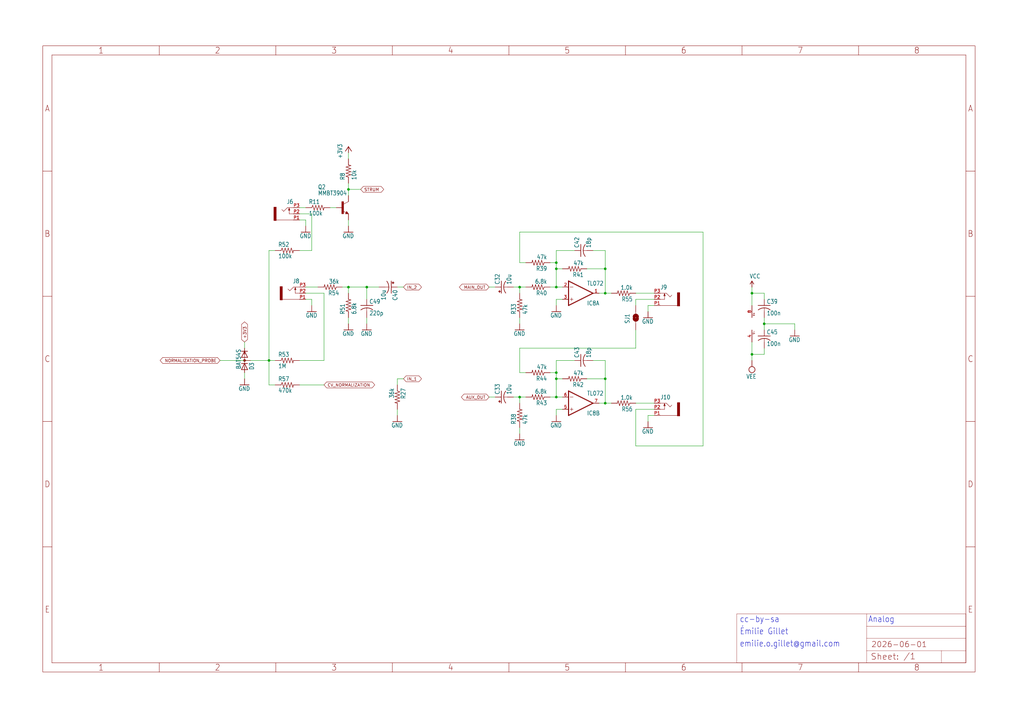
<source format=kicad_sch>
(kicad_sch
	(version 20231120)
	(generator "eeschema")
	(generator_version "8.0")
	(uuid "831a57da-e466-4863-a032-f2c1393538ac")
	(paper "User" 425.45 298.602)
	(lib_symbols
		(symbol "4URings-eagle-import:+3V3"
			(power)
			(exclude_from_sim no)
			(in_bom yes)
			(on_board yes)
			(property "Reference" "#+3V3"
				(at 0 0 0)
				(effects
					(font
						(size 1.27 1.27)
					)
					(hide yes)
				)
			)
			(property "Value" ""
				(at -2.54 -5.08 90)
				(effects
					(font
						(size 1.778 1.5113)
					)
					(justify left bottom)
				)
			)
			(property "Footprint" ""
				(at 0 0 0)
				(effects
					(font
						(size 1.27 1.27)
					)
					(hide yes)
				)
			)
			(property "Datasheet" ""
				(at 0 0 0)
				(effects
					(font
						(size 1.27 1.27)
					)
					(hide yes)
				)
			)
			(property "Description" "SUPPLY SYMBOL"
				(at 0 0 0)
				(effects
					(font
						(size 1.27 1.27)
					)
					(hide yes)
				)
			)
			(property "ki_locked" ""
				(at 0 0 0)
				(effects
					(font
						(size 1.27 1.27)
					)
				)
			)
			(symbol "+3V3_1_0"
				(polyline
					(pts
						(xy 0 0) (xy -1.27 -1.905)
					)
					(stroke
						(width 0.254)
						(type solid)
					)
					(fill
						(type none)
					)
				)
				(polyline
					(pts
						(xy 1.27 -1.905) (xy 0 0)
					)
					(stroke
						(width 0.254)
						(type solid)
					)
					(fill
						(type none)
					)
				)
				(pin power_in line
					(at 0 -2.54 90)
					(length 2.54)
					(name "+3V3"
						(effects
							(font
								(size 0 0)
							)
						)
					)
					(number "1"
						(effects
							(font
								(size 0 0)
							)
						)
					)
				)
			)
		)
		(symbol "4URings-eagle-import:-NPN-SOT23-BEC"
			(exclude_from_sim no)
			(in_bom yes)
			(on_board yes)
			(property "Reference" "T"
				(at -10.16 7.62 0)
				(effects
					(font
						(size 1.778 1.5113)
					)
					(justify left bottom)
				)
			)
			(property "Value" ""
				(at -10.16 5.08 0)
				(effects
					(font
						(size 1.778 1.5113)
					)
					(justify left bottom)
				)
			)
			(property "Footprint" "4URings:SOT23-BEC"
				(at 0 0 0)
				(effects
					(font
						(size 1.27 1.27)
					)
					(hide yes)
				)
			)
			(property "Datasheet" ""
				(at 0 0 0)
				(effects
					(font
						(size 1.27 1.27)
					)
					(hide yes)
				)
			)
			(property "Description" "NPN Transistror\n\nBF959 corrected 2008.03.06"
				(at 0 0 0)
				(effects
					(font
						(size 1.27 1.27)
					)
					(hide yes)
				)
			)
			(property "ki_locked" ""
				(at 0 0 0)
				(effects
					(font
						(size 1.27 1.27)
					)
				)
			)
			(symbol "-NPN-SOT23-BEC_1_0"
				(rectangle
					(start -0.254 -2.54)
					(end 0.508 2.54)
					(stroke
						(width 0)
						(type default)
					)
					(fill
						(type outline)
					)
				)
				(polyline
					(pts
						(xy 1.27 -2.54) (xy 1.778 -1.524)
					)
					(stroke
						(width 0.1524)
						(type solid)
					)
					(fill
						(type none)
					)
				)
				(polyline
					(pts
						(xy 1.524 -2.413) (xy 2.286 -2.413)
					)
					(stroke
						(width 0.254)
						(type solid)
					)
					(fill
						(type none)
					)
				)
				(polyline
					(pts
						(xy 1.524 -2.286) (xy 1.905 -2.286)
					)
					(stroke
						(width 0.254)
						(type solid)
					)
					(fill
						(type none)
					)
				)
				(polyline
					(pts
						(xy 1.54 -2.04) (xy 0.308 -1.424)
					)
					(stroke
						(width 0.1524)
						(type solid)
					)
					(fill
						(type none)
					)
				)
				(polyline
					(pts
						(xy 1.778 -1.778) (xy 1.524 -2.286)
					)
					(stroke
						(width 0.254)
						(type solid)
					)
					(fill
						(type none)
					)
				)
				(polyline
					(pts
						(xy 1.778 -1.524) (xy 2.54 -2.54)
					)
					(stroke
						(width 0.1524)
						(type solid)
					)
					(fill
						(type none)
					)
				)
				(polyline
					(pts
						(xy 1.905 -2.286) (xy 1.778 -2.032)
					)
					(stroke
						(width 0.254)
						(type solid)
					)
					(fill
						(type none)
					)
				)
				(polyline
					(pts
						(xy 2.286 -2.413) (xy 1.778 -1.778)
					)
					(stroke
						(width 0.254)
						(type solid)
					)
					(fill
						(type none)
					)
				)
				(polyline
					(pts
						(xy 2.54 -2.54) (xy 1.27 -2.54)
					)
					(stroke
						(width 0.1524)
						(type solid)
					)
					(fill
						(type none)
					)
				)
				(polyline
					(pts
						(xy 2.54 2.54) (xy 0.508 1.524)
					)
					(stroke
						(width 0.1524)
						(type solid)
					)
					(fill
						(type none)
					)
				)
				(pin passive line
					(at -2.54 0 0)
					(length 2.54)
					(name "B"
						(effects
							(font
								(size 0 0)
							)
						)
					)
					(number "B"
						(effects
							(font
								(size 0 0)
							)
						)
					)
				)
				(pin passive line
					(at 2.54 5.08 270)
					(length 2.54)
					(name "C"
						(effects
							(font
								(size 0 0)
							)
						)
					)
					(number "C"
						(effects
							(font
								(size 0 0)
							)
						)
					)
				)
				(pin passive line
					(at 2.54 -5.08 90)
					(length 2.54)
					(name "E"
						(effects
							(font
								(size 0 0)
							)
						)
					)
					(number "E"
						(effects
							(font
								(size 0 0)
							)
						)
					)
				)
			)
		)
		(symbol "4URings-eagle-import:A3L-LOC"
			(exclude_from_sim no)
			(in_bom yes)
			(on_board yes)
			(property "Reference" "#FRAME"
				(at 0 0 0)
				(effects
					(font
						(size 1.27 1.27)
					)
					(hide yes)
				)
			)
			(property "Value" ""
				(at 0 0 0)
				(effects
					(font
						(size 1.27 1.27)
					)
					(hide yes)
				)
			)
			(property "Footprint" ""
				(at 0 0 0)
				(effects
					(font
						(size 1.27 1.27)
					)
					(hide yes)
				)
			)
			(property "Datasheet" ""
				(at 0 0 0)
				(effects
					(font
						(size 1.27 1.27)
					)
					(hide yes)
				)
			)
			(property "Description" "FRAME\n\nDIN A3, landscape with location and doc. field"
				(at 0 0 0)
				(effects
					(font
						(size 1.27 1.27)
					)
					(hide yes)
				)
			)
			(property "ki_locked" ""
				(at 0 0 0)
				(effects
					(font
						(size 1.27 1.27)
					)
				)
			)
			(symbol "A3L-LOC_1_0"
				(polyline
					(pts
						(xy 0 52.07) (xy 3.81 52.07)
					)
					(stroke
						(width 0)
						(type default)
					)
					(fill
						(type none)
					)
				)
				(polyline
					(pts
						(xy 0 104.14) (xy 3.81 104.14)
					)
					(stroke
						(width 0)
						(type default)
					)
					(fill
						(type none)
					)
				)
				(polyline
					(pts
						(xy 0 156.21) (xy 3.81 156.21)
					)
					(stroke
						(width 0)
						(type default)
					)
					(fill
						(type none)
					)
				)
				(polyline
					(pts
						(xy 0 208.28) (xy 3.81 208.28)
					)
					(stroke
						(width 0)
						(type default)
					)
					(fill
						(type none)
					)
				)
				(polyline
					(pts
						(xy 3.81 3.81) (xy 3.81 256.54)
					)
					(stroke
						(width 0)
						(type default)
					)
					(fill
						(type none)
					)
				)
				(polyline
					(pts
						(xy 48.4188 0) (xy 48.4188 3.81)
					)
					(stroke
						(width 0)
						(type default)
					)
					(fill
						(type none)
					)
				)
				(polyline
					(pts
						(xy 48.4188 256.54) (xy 48.4188 260.35)
					)
					(stroke
						(width 0)
						(type default)
					)
					(fill
						(type none)
					)
				)
				(polyline
					(pts
						(xy 96.8375 0) (xy 96.8375 3.81)
					)
					(stroke
						(width 0)
						(type default)
					)
					(fill
						(type none)
					)
				)
				(polyline
					(pts
						(xy 96.8375 256.54) (xy 96.8375 260.35)
					)
					(stroke
						(width 0)
						(type default)
					)
					(fill
						(type none)
					)
				)
				(polyline
					(pts
						(xy 145.2563 0) (xy 145.2563 3.81)
					)
					(stroke
						(width 0)
						(type default)
					)
					(fill
						(type none)
					)
				)
				(polyline
					(pts
						(xy 145.2563 256.54) (xy 145.2563 260.35)
					)
					(stroke
						(width 0)
						(type default)
					)
					(fill
						(type none)
					)
				)
				(polyline
					(pts
						(xy 193.675 0) (xy 193.675 3.81)
					)
					(stroke
						(width 0)
						(type default)
					)
					(fill
						(type none)
					)
				)
				(polyline
					(pts
						(xy 193.675 256.54) (xy 193.675 260.35)
					)
					(stroke
						(width 0)
						(type default)
					)
					(fill
						(type none)
					)
				)
				(polyline
					(pts
						(xy 242.0938 0) (xy 242.0938 3.81)
					)
					(stroke
						(width 0)
						(type default)
					)
					(fill
						(type none)
					)
				)
				(polyline
					(pts
						(xy 242.0938 256.54) (xy 242.0938 260.35)
					)
					(stroke
						(width 0)
						(type default)
					)
					(fill
						(type none)
					)
				)
				(polyline
					(pts
						(xy 288.29 3.81) (xy 288.29 24.13)
					)
					(stroke
						(width 0.1016)
						(type solid)
					)
					(fill
						(type none)
					)
				)
				(polyline
					(pts
						(xy 288.29 3.81) (xy 342.265 3.81)
					)
					(stroke
						(width 0.1016)
						(type solid)
					)
					(fill
						(type none)
					)
				)
				(polyline
					(pts
						(xy 288.29 24.13) (xy 342.265 24.13)
					)
					(stroke
						(width 0.1016)
						(type solid)
					)
					(fill
						(type none)
					)
				)
				(polyline
					(pts
						(xy 290.5125 0) (xy 290.5125 3.81)
					)
					(stroke
						(width 0)
						(type default)
					)
					(fill
						(type none)
					)
				)
				(polyline
					(pts
						(xy 290.5125 256.54) (xy 290.5125 260.35)
					)
					(stroke
						(width 0)
						(type default)
					)
					(fill
						(type none)
					)
				)
				(polyline
					(pts
						(xy 338.9313 0) (xy 338.9313 3.81)
					)
					(stroke
						(width 0)
						(type default)
					)
					(fill
						(type none)
					)
				)
				(polyline
					(pts
						(xy 338.9313 256.54) (xy 338.9313 260.35)
					)
					(stroke
						(width 0)
						(type default)
					)
					(fill
						(type none)
					)
				)
				(polyline
					(pts
						(xy 342.265 3.81) (xy 373.38 3.81)
					)
					(stroke
						(width 0.1016)
						(type solid)
					)
					(fill
						(type none)
					)
				)
				(polyline
					(pts
						(xy 342.265 8.89) (xy 342.265 3.81)
					)
					(stroke
						(width 0.1016)
						(type solid)
					)
					(fill
						(type none)
					)
				)
				(polyline
					(pts
						(xy 342.265 8.89) (xy 342.265 13.97)
					)
					(stroke
						(width 0.1016)
						(type solid)
					)
					(fill
						(type none)
					)
				)
				(polyline
					(pts
						(xy 342.265 13.97) (xy 342.265 19.05)
					)
					(stroke
						(width 0.1016)
						(type solid)
					)
					(fill
						(type none)
					)
				)
				(polyline
					(pts
						(xy 342.265 13.97) (xy 383.54 13.97)
					)
					(stroke
						(width 0.1016)
						(type solid)
					)
					(fill
						(type none)
					)
				)
				(polyline
					(pts
						(xy 342.265 19.05) (xy 342.265 24.13)
					)
					(stroke
						(width 0.1016)
						(type solid)
					)
					(fill
						(type none)
					)
				)
				(polyline
					(pts
						(xy 342.265 19.05) (xy 383.54 19.05)
					)
					(stroke
						(width 0.1016)
						(type solid)
					)
					(fill
						(type none)
					)
				)
				(polyline
					(pts
						(xy 342.265 24.13) (xy 383.54 24.13)
					)
					(stroke
						(width 0.1016)
						(type solid)
					)
					(fill
						(type none)
					)
				)
				(polyline
					(pts
						(xy 373.38 3.81) (xy 373.38 8.89)
					)
					(stroke
						(width 0.1016)
						(type solid)
					)
					(fill
						(type none)
					)
				)
				(polyline
					(pts
						(xy 373.38 3.81) (xy 383.54 3.81)
					)
					(stroke
						(width 0.1016)
						(type solid)
					)
					(fill
						(type none)
					)
				)
				(polyline
					(pts
						(xy 373.38 8.89) (xy 342.265 8.89)
					)
					(stroke
						(width 0.1016)
						(type solid)
					)
					(fill
						(type none)
					)
				)
				(polyline
					(pts
						(xy 373.38 8.89) (xy 383.54 8.89)
					)
					(stroke
						(width 0.1016)
						(type solid)
					)
					(fill
						(type none)
					)
				)
				(polyline
					(pts
						(xy 383.54 3.81) (xy 3.81 3.81)
					)
					(stroke
						(width 0)
						(type default)
					)
					(fill
						(type none)
					)
				)
				(polyline
					(pts
						(xy 383.54 3.81) (xy 383.54 8.89)
					)
					(stroke
						(width 0.1016)
						(type solid)
					)
					(fill
						(type none)
					)
				)
				(polyline
					(pts
						(xy 383.54 3.81) (xy 383.54 256.54)
					)
					(stroke
						(width 0)
						(type default)
					)
					(fill
						(type none)
					)
				)
				(polyline
					(pts
						(xy 383.54 8.89) (xy 383.54 13.97)
					)
					(stroke
						(width 0.1016)
						(type solid)
					)
					(fill
						(type none)
					)
				)
				(polyline
					(pts
						(xy 383.54 13.97) (xy 383.54 19.05)
					)
					(stroke
						(width 0.1016)
						(type solid)
					)
					(fill
						(type none)
					)
				)
				(polyline
					(pts
						(xy 383.54 19.05) (xy 383.54 24.13)
					)
					(stroke
						(width 0.1016)
						(type solid)
					)
					(fill
						(type none)
					)
				)
				(polyline
					(pts
						(xy 383.54 52.07) (xy 387.35 52.07)
					)
					(stroke
						(width 0)
						(type default)
					)
					(fill
						(type none)
					)
				)
				(polyline
					(pts
						(xy 383.54 104.14) (xy 387.35 104.14)
					)
					(stroke
						(width 0)
						(type default)
					)
					(fill
						(type none)
					)
				)
				(polyline
					(pts
						(xy 383.54 156.21) (xy 387.35 156.21)
					)
					(stroke
						(width 0)
						(type default)
					)
					(fill
						(type none)
					)
				)
				(polyline
					(pts
						(xy 383.54 208.28) (xy 387.35 208.28)
					)
					(stroke
						(width 0)
						(type default)
					)
					(fill
						(type none)
					)
				)
				(polyline
					(pts
						(xy 383.54 256.54) (xy 3.81 256.54)
					)
					(stroke
						(width 0)
						(type default)
					)
					(fill
						(type none)
					)
				)
				(polyline
					(pts
						(xy 0 0) (xy 387.35 0) (xy 387.35 260.35) (xy 0 260.35) (xy 0 0)
					)
					(stroke
						(width 0)
						(type default)
					)
					(fill
						(type none)
					)
				)
				(text "${#}/${##}"
					(at 357.505 5.08 0)
					(effects
						(font
							(size 2.54 2.54)
						)
						(justify left bottom)
					)
				)
				(text "${CURRENT_DATE}"
					(at 344.17 10.16 0)
					(effects
						(font
							(size 2.286 2.286)
						)
						(justify left bottom)
					)
				)
				(text "${PROJECTNAME}"
					(at 344.17 15.24 0)
					(effects
						(font
							(size 2.54 2.54)
						)
						(justify left bottom)
					)
				)
				(text "1"
					(at 24.2094 1.905 0)
					(effects
						(font
							(size 2.54 2.286)
						)
					)
				)
				(text "1"
					(at 24.2094 258.445 0)
					(effects
						(font
							(size 2.54 2.286)
						)
					)
				)
				(text "2"
					(at 72.6281 1.905 0)
					(effects
						(font
							(size 2.54 2.286)
						)
					)
				)
				(text "2"
					(at 72.6281 258.445 0)
					(effects
						(font
							(size 2.54 2.286)
						)
					)
				)
				(text "3"
					(at 121.0469 1.905 0)
					(effects
						(font
							(size 2.54 2.286)
						)
					)
				)
				(text "3"
					(at 121.0469 258.445 0)
					(effects
						(font
							(size 2.54 2.286)
						)
					)
				)
				(text "4"
					(at 169.4656 1.905 0)
					(effects
						(font
							(size 2.54 2.286)
						)
					)
				)
				(text "4"
					(at 169.4656 258.445 0)
					(effects
						(font
							(size 2.54 2.286)
						)
					)
				)
				(text "5"
					(at 217.8844 1.905 0)
					(effects
						(font
							(size 2.54 2.286)
						)
					)
				)
				(text "5"
					(at 217.8844 258.445 0)
					(effects
						(font
							(size 2.54 2.286)
						)
					)
				)
				(text "6"
					(at 266.3031 1.905 0)
					(effects
						(font
							(size 2.54 2.286)
						)
					)
				)
				(text "6"
					(at 266.3031 258.445 0)
					(effects
						(font
							(size 2.54 2.286)
						)
					)
				)
				(text "7"
					(at 314.7219 1.905 0)
					(effects
						(font
							(size 2.54 2.286)
						)
					)
				)
				(text "7"
					(at 314.7219 258.445 0)
					(effects
						(font
							(size 2.54 2.286)
						)
					)
				)
				(text "8"
					(at 363.1406 1.905 0)
					(effects
						(font
							(size 2.54 2.286)
						)
					)
				)
				(text "8"
					(at 363.1406 258.445 0)
					(effects
						(font
							(size 2.54 2.286)
						)
					)
				)
				(text "A"
					(at 1.905 234.315 0)
					(effects
						(font
							(size 2.54 2.286)
						)
					)
				)
				(text "A"
					(at 385.445 234.315 0)
					(effects
						(font
							(size 2.54 2.286)
						)
					)
				)
				(text "B"
					(at 1.905 182.245 0)
					(effects
						(font
							(size 2.54 2.286)
						)
					)
				)
				(text "B"
					(at 385.445 182.245 0)
					(effects
						(font
							(size 2.54 2.286)
						)
					)
				)
				(text "C"
					(at 1.905 130.175 0)
					(effects
						(font
							(size 2.54 2.286)
						)
					)
				)
				(text "C"
					(at 385.445 130.175 0)
					(effects
						(font
							(size 2.54 2.286)
						)
					)
				)
				(text "D"
					(at 1.905 78.105 0)
					(effects
						(font
							(size 2.54 2.286)
						)
					)
				)
				(text "D"
					(at 385.445 78.105 0)
					(effects
						(font
							(size 2.54 2.286)
						)
					)
				)
				(text "E"
					(at 1.905 26.035 0)
					(effects
						(font
							(size 2.54 2.286)
						)
					)
				)
				(text "E"
					(at 385.445 26.035 0)
					(effects
						(font
							(size 2.54 2.286)
						)
					)
				)
				(text "Sheet:"
					(at 343.916 4.953 0)
					(effects
						(font
							(size 2.54 2.54)
						)
						(justify left bottom)
					)
				)
			)
		)
		(symbol "4URings-eagle-import:C-USC0603"
			(exclude_from_sim no)
			(in_bom yes)
			(on_board yes)
			(property "Reference" "C"
				(at 1.016 0.635 0)
				(effects
					(font
						(size 1.778 1.5113)
					)
					(justify left bottom)
				)
			)
			(property "Value" ""
				(at 1.016 -4.191 0)
				(effects
					(font
						(size 1.778 1.5113)
					)
					(justify left bottom)
				)
			)
			(property "Footprint" "4URings:C0603"
				(at 0 0 0)
				(effects
					(font
						(size 1.27 1.27)
					)
					(hide yes)
				)
			)
			(property "Datasheet" ""
				(at 0 0 0)
				(effects
					(font
						(size 1.27 1.27)
					)
					(hide yes)
				)
			)
			(property "Description" "CAPACITOR, American symbol"
				(at 0 0 0)
				(effects
					(font
						(size 1.27 1.27)
					)
					(hide yes)
				)
			)
			(property "ki_locked" ""
				(at 0 0 0)
				(effects
					(font
						(size 1.27 1.27)
					)
				)
			)
			(symbol "C-USC0603_1_0"
				(arc
					(start 0 -1.0161)
					(mid -1.302 -1.2303)
					(end -2.4668 -1.8504)
					(stroke
						(width 0.254)
						(type solid)
					)
					(fill
						(type none)
					)
				)
				(polyline
					(pts
						(xy -2.54 0) (xy 2.54 0)
					)
					(stroke
						(width 0.254)
						(type solid)
					)
					(fill
						(type none)
					)
				)
				(polyline
					(pts
						(xy 0 -1.016) (xy 0 -2.54)
					)
					(stroke
						(width 0.1524)
						(type solid)
					)
					(fill
						(type none)
					)
				)
				(arc
					(start 2.4892 -1.8541)
					(mid 1.3158 -1.2194)
					(end 0 -1)
					(stroke
						(width 0.254)
						(type solid)
					)
					(fill
						(type none)
					)
				)
				(pin passive line
					(at 0 2.54 270)
					(length 2.54)
					(name "1"
						(effects
							(font
								(size 0 0)
							)
						)
					)
					(number "1"
						(effects
							(font
								(size 0 0)
							)
						)
					)
				)
				(pin passive line
					(at 0 -5.08 90)
					(length 2.54)
					(name "2"
						(effects
							(font
								(size 0 0)
							)
						)
					)
					(number "2"
						(effects
							(font
								(size 0 0)
							)
						)
					)
				)
			)
		)
		(symbol "4URings-eagle-import:CPOL-USA"
			(exclude_from_sim no)
			(in_bom yes)
			(on_board yes)
			(property "Reference" "C"
				(at 1.016 0.635 0)
				(effects
					(font
						(size 1.778 1.5113)
					)
					(justify left bottom)
				)
			)
			(property "Value" ""
				(at 1.016 -4.191 0)
				(effects
					(font
						(size 1.778 1.5113)
					)
					(justify left bottom)
				)
			)
			(property "Footprint" "4URings:PANASONIC_A"
				(at 0 0 0)
				(effects
					(font
						(size 1.27 1.27)
					)
					(hide yes)
				)
			)
			(property "Datasheet" ""
				(at 0 0 0)
				(effects
					(font
						(size 1.27 1.27)
					)
					(hide yes)
				)
			)
			(property "Description" "POLARIZED CAPACITOR, American symbol"
				(at 0 0 0)
				(effects
					(font
						(size 1.27 1.27)
					)
					(hide yes)
				)
			)
			(property "ki_locked" ""
				(at 0 0 0)
				(effects
					(font
						(size 1.27 1.27)
					)
				)
			)
			(symbol "CPOL-USA_1_0"
				(rectangle
					(start -2.253 0.668)
					(end -1.364 0.795)
					(stroke
						(width 0)
						(type default)
					)
					(fill
						(type outline)
					)
				)
				(rectangle
					(start -1.872 0.287)
					(end -1.745 1.176)
					(stroke
						(width 0)
						(type default)
					)
					(fill
						(type outline)
					)
				)
				(arc
					(start 0 -1.0161)
					(mid -1.3021 -1.2303)
					(end -2.4669 -1.8504)
					(stroke
						(width 0.254)
						(type solid)
					)
					(fill
						(type none)
					)
				)
				(polyline
					(pts
						(xy -2.54 0) (xy 2.54 0)
					)
					(stroke
						(width 0.254)
						(type solid)
					)
					(fill
						(type none)
					)
				)
				(polyline
					(pts
						(xy 0 -1.016) (xy 0 -2.54)
					)
					(stroke
						(width 0.1524)
						(type solid)
					)
					(fill
						(type none)
					)
				)
				(arc
					(start 2.4892 -1.8541)
					(mid 1.3158 -1.2194)
					(end 0 -1)
					(stroke
						(width 0.254)
						(type solid)
					)
					(fill
						(type none)
					)
				)
				(pin passive line
					(at 0 2.54 270)
					(length 2.54)
					(name "+"
						(effects
							(font
								(size 0 0)
							)
						)
					)
					(number "+"
						(effects
							(font
								(size 0 0)
							)
						)
					)
				)
				(pin passive line
					(at 0 -5.08 90)
					(length 2.54)
					(name "-"
						(effects
							(font
								(size 0 0)
							)
						)
					)
					(number "-"
						(effects
							(font
								(size 0 0)
							)
						)
					)
				)
			)
		)
		(symbol "4URings-eagle-import:DIODE_2CACA-SOT23"
			(exclude_from_sim no)
			(in_bom yes)
			(on_board yes)
			(property "Reference" "D"
				(at 0.762 2.0066 0)
				(effects
					(font
						(size 1.778 1.5113)
					)
					(justify left bottom)
				)
			)
			(property "Value" ""
				(at -4.826 -3.4544 0)
				(effects
					(font
						(size 1.778 1.5113)
					)
					(justify left bottom)
				)
			)
			(property "Footprint" "4URings:SOT23"
				(at 0 0 0)
				(effects
					(font
						(size 1.27 1.27)
					)
					(hide yes)
				)
			)
			(property "Datasheet" ""
				(at 0 0 0)
				(effects
					(font
						(size 1.27 1.27)
					)
					(hide yes)
				)
			)
			(property "Description" "2 Diodes - Cathode-Anode|Cathode-Anode"
				(at 0 0 0)
				(effects
					(font
						(size 1.27 1.27)
					)
					(hide yes)
				)
			)
			(property "ki_locked" ""
				(at 0 0 0)
				(effects
					(font
						(size 1.27 1.27)
					)
				)
			)
			(symbol "DIODE_2CACA-SOT23_1_0"
				(polyline
					(pts
						(xy -3.81 -1.27) (xy -3.81 0)
					)
					(stroke
						(width 0.254)
						(type solid)
					)
					(fill
						(type none)
					)
				)
				(polyline
					(pts
						(xy -3.81 0) (xy -3.81 1.27)
					)
					(stroke
						(width 0.254)
						(type solid)
					)
					(fill
						(type none)
					)
				)
				(polyline
					(pts
						(xy -3.81 0) (xy -1.27 -1.27)
					)
					(stroke
						(width 0.254)
						(type solid)
					)
					(fill
						(type none)
					)
				)
				(polyline
					(pts
						(xy -3.81 0) (xy 1.27 0)
					)
					(stroke
						(width 0.1524)
						(type solid)
					)
					(fill
						(type none)
					)
				)
				(polyline
					(pts
						(xy -2.54 0) (xy -3.81 0)
					)
					(stroke
						(width 0.1524)
						(type solid)
					)
					(fill
						(type none)
					)
				)
				(polyline
					(pts
						(xy -1.27 -1.27) (xy -1.27 1.27)
					)
					(stroke
						(width 0.254)
						(type solid)
					)
					(fill
						(type none)
					)
				)
				(polyline
					(pts
						(xy -1.27 1.27) (xy -3.81 0)
					)
					(stroke
						(width 0.254)
						(type solid)
					)
					(fill
						(type none)
					)
				)
				(polyline
					(pts
						(xy 1.27 -1.27) (xy 1.27 0)
					)
					(stroke
						(width 0.254)
						(type solid)
					)
					(fill
						(type none)
					)
				)
				(polyline
					(pts
						(xy 1.27 0) (xy 1.27 1.27)
					)
					(stroke
						(width 0.254)
						(type solid)
					)
					(fill
						(type none)
					)
				)
				(polyline
					(pts
						(xy 1.27 0) (xy 3.81 -1.27)
					)
					(stroke
						(width 0.254)
						(type solid)
					)
					(fill
						(type none)
					)
				)
				(polyline
					(pts
						(xy 2.54 0) (xy 1.27 0)
					)
					(stroke
						(width 0.1524)
						(type solid)
					)
					(fill
						(type none)
					)
				)
				(polyline
					(pts
						(xy 3.81 -1.27) (xy 3.81 1.27)
					)
					(stroke
						(width 0.254)
						(type solid)
					)
					(fill
						(type none)
					)
				)
				(polyline
					(pts
						(xy 3.81 1.27) (xy 1.27 0)
					)
					(stroke
						(width 0.254)
						(type solid)
					)
					(fill
						(type none)
					)
				)
				(circle
					(center 0 0)
					(radius 0.127)
					(stroke
						(width 0.4064)
						(type solid)
					)
					(fill
						(type none)
					)
				)
				(pin passive line
					(at 5.08 0 180)
					(length 2.54)
					(name "A"
						(effects
							(font
								(size 0 0)
							)
						)
					)
					(number "1"
						(effects
							(font
								(size 0 0)
							)
						)
					)
				)
				(pin passive line
					(at -5.08 0 0)
					(length 2.54)
					(name "C"
						(effects
							(font
								(size 0 0)
							)
						)
					)
					(number "2"
						(effects
							(font
								(size 0 0)
							)
						)
					)
				)
				(pin passive line
					(at 0 2.54 270)
					(length 2.54)
					(name "AC"
						(effects
							(font
								(size 0 0)
							)
						)
					)
					(number "3"
						(effects
							(font
								(size 0 0)
							)
						)
					)
				)
			)
		)
		(symbol "4URings-eagle-import:GND"
			(power)
			(exclude_from_sim no)
			(in_bom yes)
			(on_board yes)
			(property "Reference" "#GND"
				(at 0 0 0)
				(effects
					(font
						(size 1.27 1.27)
					)
					(hide yes)
				)
			)
			(property "Value" ""
				(at -2.54 -2.54 0)
				(effects
					(font
						(size 1.778 1.5113)
					)
					(justify left bottom)
				)
			)
			(property "Footprint" ""
				(at 0 0 0)
				(effects
					(font
						(size 1.27 1.27)
					)
					(hide yes)
				)
			)
			(property "Datasheet" ""
				(at 0 0 0)
				(effects
					(font
						(size 1.27 1.27)
					)
					(hide yes)
				)
			)
			(property "Description" "SUPPLY SYMBOL"
				(at 0 0 0)
				(effects
					(font
						(size 1.27 1.27)
					)
					(hide yes)
				)
			)
			(property "ki_locked" ""
				(at 0 0 0)
				(effects
					(font
						(size 1.27 1.27)
					)
				)
			)
			(symbol "GND_1_0"
				(polyline
					(pts
						(xy -1.905 0) (xy 1.905 0)
					)
					(stroke
						(width 0.254)
						(type solid)
					)
					(fill
						(type none)
					)
				)
				(pin power_in line
					(at 0 2.54 270)
					(length 2.54)
					(name "GND"
						(effects
							(font
								(size 0 0)
							)
						)
					)
					(number "1"
						(effects
							(font
								(size 0 0)
							)
						)
					)
				)
			)
		)
		(symbol "4URings-eagle-import:PJ301_THONKICONN6"
			(exclude_from_sim no)
			(in_bom yes)
			(on_board yes)
			(property "Reference" "J"
				(at -2.54 4.064 0)
				(effects
					(font
						(size 1.778 1.5113)
					)
					(justify left bottom)
				)
			)
			(property "Value" ""
				(at 0 0 0)
				(effects
					(font
						(size 1.27 1.27)
					)
					(hide yes)
				)
			)
			(property "Footprint" "4URings:WQP_PJ_301M6"
				(at 0 0 0)
				(effects
					(font
						(size 1.27 1.27)
					)
					(hide yes)
				)
			)
			(property "Datasheet" ""
				(at 0 0 0)
				(effects
					(font
						(size 1.27 1.27)
					)
					(hide yes)
				)
			)
			(property "Description" ""
				(at 0 0 0)
				(effects
					(font
						(size 1.27 1.27)
					)
					(hide yes)
				)
			)
			(property "ki_locked" ""
				(at 0 0 0)
				(effects
					(font
						(size 1.27 1.27)
					)
				)
			)
			(symbol "PJ301_THONKICONN6_1_0"
				(polyline
					(pts
						(xy -2.54 -2.54) (xy 4.572 -2.54)
					)
					(stroke
						(width 0.1524)
						(type solid)
					)
					(fill
						(type none)
					)
				)
				(polyline
					(pts
						(xy -2.54 0) (xy -0.762 0)
					)
					(stroke
						(width 0.1524)
						(type solid)
					)
					(fill
						(type none)
					)
				)
				(polyline
					(pts
						(xy -2.54 2.54) (xy 0 2.54)
					)
					(stroke
						(width 0.1524)
						(type solid)
					)
					(fill
						(type none)
					)
				)
				(polyline
					(pts
						(xy -1.016 1.524) (xy -0.508 1.524)
					)
					(stroke
						(width 0.254)
						(type solid)
					)
					(fill
						(type none)
					)
				)
				(polyline
					(pts
						(xy -0.762 0) (xy -0.762 2.286)
					)
					(stroke
						(width 0.1524)
						(type solid)
					)
					(fill
						(type none)
					)
				)
				(polyline
					(pts
						(xy -0.762 2.286) (xy -1.016 1.524)
					)
					(stroke
						(width 0.254)
						(type solid)
					)
					(fill
						(type none)
					)
				)
				(polyline
					(pts
						(xy -0.508 1.524) (xy -0.762 2.286)
					)
					(stroke
						(width 0.254)
						(type solid)
					)
					(fill
						(type none)
					)
				)
				(polyline
					(pts
						(xy 0 2.54) (xy 1.524 1.016)
					)
					(stroke
						(width 0.1524)
						(type solid)
					)
					(fill
						(type none)
					)
				)
				(polyline
					(pts
						(xy 1.524 1.016) (xy 2.286 1.778)
					)
					(stroke
						(width 0.1524)
						(type solid)
					)
					(fill
						(type none)
					)
				)
				(rectangle
					(start 4.572 2.794)
					(end 5.588 -2.794)
					(stroke
						(width 0)
						(type default)
					)
					(fill
						(type outline)
					)
				)
				(pin passive line
					(at -5.08 -2.54 0)
					(length 2.54)
					(name "1"
						(effects
							(font
								(size 0 0)
							)
						)
					)
					(number "P1"
						(effects
							(font
								(size 1.27 1.27)
							)
						)
					)
				)
				(pin passive line
					(at -5.08 0 0)
					(length 2.54)
					(name "2"
						(effects
							(font
								(size 0 0)
							)
						)
					)
					(number "P2"
						(effects
							(font
								(size 1.27 1.27)
							)
						)
					)
				)
				(pin passive line
					(at -5.08 2.54 0)
					(length 2.54)
					(name "3"
						(effects
							(font
								(size 0 0)
							)
						)
					)
					(number "P3"
						(effects
							(font
								(size 1.27 1.27)
							)
						)
					)
				)
			)
		)
		(symbol "4URings-eagle-import:R-US_R0603"
			(exclude_from_sim no)
			(in_bom yes)
			(on_board yes)
			(property "Reference" "R"
				(at -3.81 1.4986 0)
				(effects
					(font
						(size 1.778 1.5113)
					)
					(justify left bottom)
				)
			)
			(property "Value" ""
				(at -3.81 -3.302 0)
				(effects
					(font
						(size 1.778 1.5113)
					)
					(justify left bottom)
				)
			)
			(property "Footprint" "4URings:R0603"
				(at 0 0 0)
				(effects
					(font
						(size 1.27 1.27)
					)
					(hide yes)
				)
			)
			(property "Datasheet" ""
				(at 0 0 0)
				(effects
					(font
						(size 1.27 1.27)
					)
					(hide yes)
				)
			)
			(property "Description" "RESISTOR, American symbol"
				(at 0 0 0)
				(effects
					(font
						(size 1.27 1.27)
					)
					(hide yes)
				)
			)
			(property "ki_locked" ""
				(at 0 0 0)
				(effects
					(font
						(size 1.27 1.27)
					)
				)
			)
			(symbol "R-US_R0603_1_0"
				(polyline
					(pts
						(xy -2.54 0) (xy -2.159 1.016)
					)
					(stroke
						(width 0.2032)
						(type solid)
					)
					(fill
						(type none)
					)
				)
				(polyline
					(pts
						(xy -2.159 1.016) (xy -1.524 -1.016)
					)
					(stroke
						(width 0.2032)
						(type solid)
					)
					(fill
						(type none)
					)
				)
				(polyline
					(pts
						(xy -1.524 -1.016) (xy -0.889 1.016)
					)
					(stroke
						(width 0.2032)
						(type solid)
					)
					(fill
						(type none)
					)
				)
				(polyline
					(pts
						(xy -0.889 1.016) (xy -0.254 -1.016)
					)
					(stroke
						(width 0.2032)
						(type solid)
					)
					(fill
						(type none)
					)
				)
				(polyline
					(pts
						(xy -0.254 -1.016) (xy 0.381 1.016)
					)
					(stroke
						(width 0.2032)
						(type solid)
					)
					(fill
						(type none)
					)
				)
				(polyline
					(pts
						(xy 0.381 1.016) (xy 1.016 -1.016)
					)
					(stroke
						(width 0.2032)
						(type solid)
					)
					(fill
						(type none)
					)
				)
				(polyline
					(pts
						(xy 1.016 -1.016) (xy 1.651 1.016)
					)
					(stroke
						(width 0.2032)
						(type solid)
					)
					(fill
						(type none)
					)
				)
				(polyline
					(pts
						(xy 1.651 1.016) (xy 2.286 -1.016)
					)
					(stroke
						(width 0.2032)
						(type solid)
					)
					(fill
						(type none)
					)
				)
				(polyline
					(pts
						(xy 2.286 -1.016) (xy 2.54 0)
					)
					(stroke
						(width 0.2032)
						(type solid)
					)
					(fill
						(type none)
					)
				)
				(pin passive line
					(at -5.08 0 0)
					(length 2.54)
					(name "1"
						(effects
							(font
								(size 0 0)
							)
						)
					)
					(number "1"
						(effects
							(font
								(size 0 0)
							)
						)
					)
				)
				(pin passive line
					(at 5.08 0 180)
					(length 2.54)
					(name "2"
						(effects
							(font
								(size 0 0)
							)
						)
					)
					(number "2"
						(effects
							(font
								(size 0 0)
							)
						)
					)
				)
			)
		)
		(symbol "4URings-eagle-import:SOLDERJUMPERNC2"
			(exclude_from_sim no)
			(in_bom yes)
			(on_board yes)
			(property "Reference" "SJ"
				(at -2.54 2.54 0)
				(effects
					(font
						(size 1.778 1.5113)
					)
					(justify left bottom)
				)
			)
			(property "Value" ""
				(at 0 0 0)
				(effects
					(font
						(size 1.27 1.27)
					)
					(hide yes)
				)
			)
			(property "Footprint" "4URings:SJ_2S-NOTRACE"
				(at 0 0 0)
				(effects
					(font
						(size 1.27 1.27)
					)
					(hide yes)
				)
			)
			(property "Datasheet" ""
				(at 0 0 0)
				(effects
					(font
						(size 1.27 1.27)
					)
					(hide yes)
				)
			)
			(property "Description" "Solder Jumper Standard SMD solder jumper. Used to automate production. Two varients : Normally Open and Normally Closed are the same, but have different paste layers. NC will have a large amount of paste and should jumper during reflow."
				(at 0 0 0)
				(effects
					(font
						(size 1.27 1.27)
					)
					(hide yes)
				)
			)
			(property "ki_locked" ""
				(at 0 0 0)
				(effects
					(font
						(size 1.27 1.27)
					)
				)
			)
			(symbol "SOLDERJUMPERNC2_1_0"
				(arc
					(start -0.3808 0.635)
					(mid -1.0159 0.0001)
					(end -0.381 -0.635)
					(stroke
						(width 1.27)
						(type solid)
					)
					(fill
						(type none)
					)
				)
				(polyline
					(pts
						(xy -2.54 0) (xy -1.651 0)
					)
					(stroke
						(width 0.1524)
						(type solid)
					)
					(fill
						(type none)
					)
				)
				(polyline
					(pts
						(xy 2.54 0) (xy 1.651 0)
					)
					(stroke
						(width 0.1524)
						(type solid)
					)
					(fill
						(type none)
					)
				)
				(arc
					(start 0.3808 -0.635)
					(mid 1.0159 -0.0001)
					(end 0.381 0.635)
					(stroke
						(width 1.27)
						(type solid)
					)
					(fill
						(type none)
					)
				)
				(pin passive line
					(at -5.08 0 0)
					(length 2.54)
					(name "1"
						(effects
							(font
								(size 0 0)
							)
						)
					)
					(number "1"
						(effects
							(font
								(size 0 0)
							)
						)
					)
				)
				(pin passive line
					(at 5.08 0 180)
					(length 2.54)
					(name "2"
						(effects
							(font
								(size 0 0)
							)
						)
					)
					(number "2"
						(effects
							(font
								(size 0 0)
							)
						)
					)
				)
			)
		)
		(symbol "4URings-eagle-import:VCC"
			(power)
			(exclude_from_sim no)
			(in_bom yes)
			(on_board yes)
			(property "Reference" "#P+"
				(at 0 0 0)
				(effects
					(font
						(size 1.27 1.27)
					)
					(hide yes)
				)
			)
			(property "Value" ""
				(at -1.016 3.556 0)
				(effects
					(font
						(size 1.778 1.5113)
					)
					(justify left bottom)
				)
			)
			(property "Footprint" ""
				(at 0 0 0)
				(effects
					(font
						(size 1.27 1.27)
					)
					(hide yes)
				)
			)
			(property "Datasheet" ""
				(at 0 0 0)
				(effects
					(font
						(size 1.27 1.27)
					)
					(hide yes)
				)
			)
			(property "Description" "SUPPLY SYMBOL"
				(at 0 0 0)
				(effects
					(font
						(size 1.27 1.27)
					)
					(hide yes)
				)
			)
			(property "ki_locked" ""
				(at 0 0 0)
				(effects
					(font
						(size 1.27 1.27)
					)
				)
			)
			(symbol "VCC_1_0"
				(polyline
					(pts
						(xy 0 2.54) (xy -0.762 1.27)
					)
					(stroke
						(width 0.254)
						(type solid)
					)
					(fill
						(type none)
					)
				)
				(polyline
					(pts
						(xy 0.762 1.27) (xy 0 2.54)
					)
					(stroke
						(width 0.254)
						(type solid)
					)
					(fill
						(type none)
					)
				)
				(pin power_in line
					(at 0 0 90)
					(length 2.54)
					(name "VCC"
						(effects
							(font
								(size 0 0)
							)
						)
					)
					(number "1"
						(effects
							(font
								(size 0 0)
							)
						)
					)
				)
			)
		)
		(symbol "4URings-eagle-import:VEE"
			(power)
			(exclude_from_sim no)
			(in_bom yes)
			(on_board yes)
			(property "Reference" "#SUPPLY"
				(at 0 0 0)
				(effects
					(font
						(size 1.27 1.27)
					)
					(hide yes)
				)
			)
			(property "Value" ""
				(at -1.905 3.175 0)
				(effects
					(font
						(size 1.778 1.5113)
					)
					(justify left bottom)
				)
			)
			(property "Footprint" ""
				(at 0 0 0)
				(effects
					(font
						(size 1.27 1.27)
					)
					(hide yes)
				)
			)
			(property "Datasheet" ""
				(at 0 0 0)
				(effects
					(font
						(size 1.27 1.27)
					)
					(hide yes)
				)
			)
			(property "Description" "SUPPLY SYMBOL"
				(at 0 0 0)
				(effects
					(font
						(size 1.27 1.27)
					)
					(hide yes)
				)
			)
			(property "ki_locked" ""
				(at 0 0 0)
				(effects
					(font
						(size 1.27 1.27)
					)
				)
			)
			(symbol "VEE_1_0"
				(circle
					(center 0 1.27)
					(radius 1.27)
					(stroke
						(width 0.254)
						(type solid)
					)
					(fill
						(type none)
					)
				)
				(pin power_in line
					(at 0 -2.54 90)
					(length 2.54)
					(name "VEE"
						(effects
							(font
								(size 0 0)
							)
						)
					)
					(number "1"
						(effects
							(font
								(size 0 0)
							)
						)
					)
				)
			)
		)
		(symbol "4URings-eagle-import:og-linear_TL072D"
			(exclude_from_sim no)
			(in_bom yes)
			(on_board yes)
			(property "Reference" "IC"
				(at 2.54 3.175 0)
				(effects
					(font
						(size 1.778 1.5113)
					)
					(justify left bottom)
					(hide yes)
				)
			)
			(property "Value" ""
				(at 2.54 -5.08 0)
				(effects
					(font
						(size 1.778 1.5113)
					)
					(justify left bottom)
					(hide yes)
				)
			)
			(property "Footprint" "4URings:SO08"
				(at 0 0 0)
				(effects
					(font
						(size 1.27 1.27)
					)
					(hide yes)
				)
			)
			(property "Datasheet" ""
				(at 0 0 0)
				(effects
					(font
						(size 1.27 1.27)
					)
					(hide yes)
				)
			)
			(property "Description" "OP AMP"
				(at 0 0 0)
				(effects
					(font
						(size 1.27 1.27)
					)
					(hide yes)
				)
			)
			(property "ki_locked" ""
				(at 0 0 0)
				(effects
					(font
						(size 1.27 1.27)
					)
				)
			)
			(symbol "og-linear_TL072D_1_0"
				(polyline
					(pts
						(xy -5.08 -5.08) (xy 5.08 0)
					)
					(stroke
						(width 0.4064)
						(type solid)
					)
					(fill
						(type none)
					)
				)
				(polyline
					(pts
						(xy -5.08 5.08) (xy -5.08 -5.08)
					)
					(stroke
						(width 0.4064)
						(type solid)
					)
					(fill
						(type none)
					)
				)
				(polyline
					(pts
						(xy -4.445 -2.54) (xy -3.175 -2.54)
					)
					(stroke
						(width 0.1524)
						(type solid)
					)
					(fill
						(type none)
					)
				)
				(polyline
					(pts
						(xy -4.445 2.54) (xy -3.175 2.54)
					)
					(stroke
						(width 0.1524)
						(type solid)
					)
					(fill
						(type none)
					)
				)
				(polyline
					(pts
						(xy -3.81 3.175) (xy -3.81 1.905)
					)
					(stroke
						(width 0.1524)
						(type solid)
					)
					(fill
						(type none)
					)
				)
				(polyline
					(pts
						(xy 5.08 0) (xy -5.08 5.08)
					)
					(stroke
						(width 0.4064)
						(type solid)
					)
					(fill
						(type none)
					)
				)
				(pin output line
					(at 7.62 0 180)
					(length 2.54)
					(name "OUT"
						(effects
							(font
								(size 0 0)
							)
						)
					)
					(number "1"
						(effects
							(font
								(size 1.27 1.27)
							)
						)
					)
				)
				(pin input line
					(at -7.62 -2.54 0)
					(length 2.54)
					(name "-IN"
						(effects
							(font
								(size 0 0)
							)
						)
					)
					(number "2"
						(effects
							(font
								(size 1.27 1.27)
							)
						)
					)
				)
				(pin input line
					(at -7.62 2.54 0)
					(length 2.54)
					(name "+IN"
						(effects
							(font
								(size 0 0)
							)
						)
					)
					(number "3"
						(effects
							(font
								(size 1.27 1.27)
							)
						)
					)
				)
			)
			(symbol "og-linear_TL072D_2_0"
				(polyline
					(pts
						(xy -5.08 -5.08) (xy 5.08 0)
					)
					(stroke
						(width 0.4064)
						(type solid)
					)
					(fill
						(type none)
					)
				)
				(polyline
					(pts
						(xy -5.08 5.08) (xy -5.08 -5.08)
					)
					(stroke
						(width 0.4064)
						(type solid)
					)
					(fill
						(type none)
					)
				)
				(polyline
					(pts
						(xy -4.445 -2.54) (xy -3.175 -2.54)
					)
					(stroke
						(width 0.1524)
						(type solid)
					)
					(fill
						(type none)
					)
				)
				(polyline
					(pts
						(xy -4.445 2.54) (xy -3.175 2.54)
					)
					(stroke
						(width 0.1524)
						(type solid)
					)
					(fill
						(type none)
					)
				)
				(polyline
					(pts
						(xy -3.81 3.175) (xy -3.81 1.905)
					)
					(stroke
						(width 0.1524)
						(type solid)
					)
					(fill
						(type none)
					)
				)
				(polyline
					(pts
						(xy 5.08 0) (xy -5.08 5.08)
					)
					(stroke
						(width 0.4064)
						(type solid)
					)
					(fill
						(type none)
					)
				)
				(pin input line
					(at -7.62 2.54 0)
					(length 2.54)
					(name "+IN"
						(effects
							(font
								(size 0 0)
							)
						)
					)
					(number "5"
						(effects
							(font
								(size 1.27 1.27)
							)
						)
					)
				)
				(pin input line
					(at -7.62 -2.54 0)
					(length 2.54)
					(name "-IN"
						(effects
							(font
								(size 0 0)
							)
						)
					)
					(number "6"
						(effects
							(font
								(size 1.27 1.27)
							)
						)
					)
				)
				(pin output line
					(at 7.62 0 180)
					(length 2.54)
					(name "OUT"
						(effects
							(font
								(size 0 0)
							)
						)
					)
					(number "7"
						(effects
							(font
								(size 1.27 1.27)
							)
						)
					)
				)
			)
			(symbol "og-linear_TL072D_3_0"
				(text "V+"
					(at 1.27 3.175 900)
					(effects
						(font
							(size 0.8128 0.6908)
						)
						(justify left bottom)
					)
				)
				(text "V-"
					(at 1.27 -4.445 900)
					(effects
						(font
							(size 0.8128 0.6908)
						)
						(justify left bottom)
					)
				)
				(pin power_in line
					(at 0 -7.62 90)
					(length 5.08)
					(name "V-"
						(effects
							(font
								(size 0 0)
							)
						)
					)
					(number "4"
						(effects
							(font
								(size 1.27 1.27)
							)
						)
					)
				)
				(pin power_in line
					(at 0 7.62 270)
					(length 5.08)
					(name "V+"
						(effects
							(font
								(size 0 0)
							)
						)
					)
					(number "8"
						(effects
							(font
								(size 1.27 1.27)
							)
						)
					)
				)
			)
		)
	)
	(junction
		(at 312.42 121.92)
		(diameter 0)
		(color 0 0 0 0)
		(uuid "14cbcf78-9d61-461b-a9e7-4fb231a6f16e")
	)
	(junction
		(at 144.78 78.74)
		(diameter 0)
		(color 0 0 0 0)
		(uuid "319a8745-8d70-4b7f-8680-bc4c9bcfe412")
	)
	(junction
		(at 231.14 165.1)
		(diameter 0)
		(color 0 0 0 0)
		(uuid "34daba3c-32fb-4095-b092-f0342008d13a")
	)
	(junction
		(at 251.46 121.92)
		(diameter 0)
		(color 0 0 0 0)
		(uuid "3fd3d916-c491-4cbd-b591-6c3f6c8b6c63")
	)
	(junction
		(at 231.14 111.76)
		(diameter 0)
		(color 0 0 0 0)
		(uuid "54ba85a9-2393-446c-9f07-dd96e9714ca3")
	)
	(junction
		(at 312.42 147.32)
		(diameter 0)
		(color 0 0 0 0)
		(uuid "5650bd19-8d6d-49c3-a649-50047d616914")
	)
	(junction
		(at 317.5 134.62)
		(diameter 0)
		(color 0 0 0 0)
		(uuid "6423354b-1cfb-4c29-833b-831e97ff0040")
	)
	(junction
		(at 251.46 167.64)
		(diameter 0)
		(color 0 0 0 0)
		(uuid "68ea1088-8d80-4271-abfb-347a7438a558")
	)
	(junction
		(at 144.78 119.38)
		(diameter 0)
		(color 0 0 0 0)
		(uuid "6d7aaff3-6f92-4572-b893-19c705461db0")
	)
	(junction
		(at 152.4 119.38)
		(diameter 0)
		(color 0 0 0 0)
		(uuid "70760169-6de1-407e-837b-ca460bf943e4")
	)
	(junction
		(at 111.76 149.86)
		(diameter 0)
		(color 0 0 0 0)
		(uuid "7775373a-5c72-4ab9-acde-5324edde700f")
	)
	(junction
		(at 251.46 111.76)
		(diameter 0)
		(color 0 0 0 0)
		(uuid "a2a0e3cd-9af2-4fb6-956e-feaf720c8051")
	)
	(junction
		(at 231.14 157.48)
		(diameter 0)
		(color 0 0 0 0)
		(uuid "b051cd16-8030-4981-b52c-6f9e485d26ef")
	)
	(junction
		(at 215.9 165.1)
		(diameter 0)
		(color 0 0 0 0)
		(uuid "bd2b02ab-082a-4431-967e-55e2d5689a4f")
	)
	(junction
		(at 215.9 119.38)
		(diameter 0)
		(color 0 0 0 0)
		(uuid "c592fca4-b3db-451c-b71d-cd3874149b96")
	)
	(junction
		(at 231.14 109.22)
		(diameter 0)
		(color 0 0 0 0)
		(uuid "cd164305-1383-4420-9279-a1df53cdadde")
	)
	(junction
		(at 231.14 119.38)
		(diameter 0)
		(color 0 0 0 0)
		(uuid "d6294b2b-8eea-4846-91fd-98e4dadc5fc7")
	)
	(junction
		(at 231.14 154.94)
		(diameter 0)
		(color 0 0 0 0)
		(uuid "f4afc97d-29e3-469d-8eb2-ebc57489f6f3")
	)
	(junction
		(at 251.46 157.48)
		(diameter 0)
		(color 0 0 0 0)
		(uuid "f79b1274-84a9-46fe-be6f-9b6bef37267f")
	)
	(wire
		(pts
			(xy 144.78 119.38) (xy 144.78 121.92)
		)
		(stroke
			(width 0.1524)
			(type solid)
		)
		(uuid "00608685-dd6a-463c-8820-1a403f08625e")
	)
	(wire
		(pts
			(xy 205.74 165.1) (xy 203.2 165.1)
		)
		(stroke
			(width 0.1524)
			(type solid)
		)
		(uuid "0176245b-5bfb-4f66-b900-129d9cf48b27")
	)
	(wire
		(pts
			(xy 317.5 134.62) (xy 330.2 134.62)
		)
		(stroke
			(width 0.1524)
			(type solid)
		)
		(uuid "01f8262b-f071-48cb-8675-4e53f77cc8e8")
	)
	(wire
		(pts
			(xy 271.78 170.18) (xy 264.16 170.18)
		)
		(stroke
			(width 0.1524)
			(type solid)
		)
		(uuid "033e6e00-605a-4e50-bf60-ecc6174be6f6")
	)
	(wire
		(pts
			(xy 215.9 119.38) (xy 215.9 121.92)
		)
		(stroke
			(width 0.1524)
			(type solid)
		)
		(uuid "057c18f8-e8ea-425e-9161-665579779e92")
	)
	(wire
		(pts
			(xy 165.1 119.38) (xy 167.64 119.38)
		)
		(stroke
			(width 0.1524)
			(type solid)
		)
		(uuid "05823d7e-7f35-480a-a590-e6d42f15d1df")
	)
	(wire
		(pts
			(xy 251.46 149.86) (xy 251.46 157.48)
		)
		(stroke
			(width 0.1524)
			(type solid)
		)
		(uuid "06670211-6049-4b67-94d1-13c8fb25d6e4")
	)
	(wire
		(pts
			(xy 129.54 88.9) (xy 124.46 88.9)
		)
		(stroke
			(width 0.1524)
			(type solid)
		)
		(uuid "0ac49516-76f8-4013-ad7e-132cd024dc6c")
	)
	(wire
		(pts
			(xy 127 124.46) (xy 129.54 124.46)
		)
		(stroke
			(width 0.1524)
			(type solid)
		)
		(uuid "0cce0cd7-98c0-454e-95df-39282b2e8f87")
	)
	(wire
		(pts
			(xy 264.16 121.92) (xy 271.78 121.92)
		)
		(stroke
			(width 0.1524)
			(type solid)
		)
		(uuid "0e0e6a8b-3864-4594-bf9f-96629c6e02e3")
	)
	(wire
		(pts
			(xy 144.78 66.04) (xy 144.78 63.5)
		)
		(stroke
			(width 0.1524)
			(type solid)
		)
		(uuid "0e43b530-dc26-475b-8476-09e8f815d3b9")
	)
	(wire
		(pts
			(xy 111.76 104.14) (xy 111.76 149.86)
		)
		(stroke
			(width 0.1524)
			(type solid)
		)
		(uuid "1000095d-a9cb-4268-9791-84edf5b8ca36")
	)
	(wire
		(pts
			(xy 213.36 165.1) (xy 215.9 165.1)
		)
		(stroke
			(width 0.1524)
			(type solid)
		)
		(uuid "10a587e1-7299-47bf-ae68-3ff7cb8d26fe")
	)
	(wire
		(pts
			(xy 312.42 147.32) (xy 317.5 147.32)
		)
		(stroke
			(width 0.1524)
			(type solid)
		)
		(uuid "16c9488c-3ca3-4837-8c48-bbaf908e9cde")
	)
	(wire
		(pts
			(xy 215.9 144.78) (xy 215.9 154.94)
		)
		(stroke
			(width 0.1524)
			(type solid)
		)
		(uuid "19f3fd5e-374d-49ea-8ea7-dbb953612acd")
	)
	(wire
		(pts
			(xy 233.68 124.46) (xy 231.14 124.46)
		)
		(stroke
			(width 0.1524)
			(type solid)
		)
		(uuid "1a1903fb-2a5d-4a6c-8039-a35474ddbbbc")
	)
	(wire
		(pts
			(xy 317.5 134.62) (xy 317.5 137.16)
		)
		(stroke
			(width 0.1524)
			(type solid)
		)
		(uuid "1b899965-2fa2-4125-82ff-1ebb606cda8a")
	)
	(wire
		(pts
			(xy 144.78 119.38) (xy 152.4 119.38)
		)
		(stroke
			(width 0.1524)
			(type solid)
		)
		(uuid "206643e8-da4d-4e4a-b002-a13f3913832f")
	)
	(wire
		(pts
			(xy 124.46 86.36) (xy 127 86.36)
		)
		(stroke
			(width 0.1524)
			(type solid)
		)
		(uuid "253a2e5c-72f9-4213-8f11-5dd28240b5c7")
	)
	(wire
		(pts
			(xy 317.5 121.92) (xy 317.5 124.46)
		)
		(stroke
			(width 0.1524)
			(type solid)
		)
		(uuid "2c199333-cf00-4112-9e8a-73c637a39b54")
	)
	(wire
		(pts
			(xy 215.9 165.1) (xy 215.9 167.64)
		)
		(stroke
			(width 0.1524)
			(type solid)
		)
		(uuid "2da82698-6e41-4e10-96c1-ed006f5314aa")
	)
	(wire
		(pts
			(xy 165.1 170.18) (xy 165.1 172.72)
		)
		(stroke
			(width 0.1524)
			(type solid)
		)
		(uuid "36d19df8-fd3c-4633-ba5b-d903c4506437")
	)
	(wire
		(pts
			(xy 269.24 127) (xy 269.24 129.54)
		)
		(stroke
			(width 0.1524)
			(type solid)
		)
		(uuid "372ac9b0-beb2-42cf-ae91-5d33948cbe57")
	)
	(wire
		(pts
			(xy 129.54 104.14) (xy 129.54 88.9)
		)
		(stroke
			(width 0.1524)
			(type solid)
		)
		(uuid "3b0c96d4-cfd4-43c6-b64f-501fde15e382")
	)
	(wire
		(pts
			(xy 142.24 119.38) (xy 144.78 119.38)
		)
		(stroke
			(width 0.1524)
			(type solid)
		)
		(uuid "3bc4ca0a-2a2d-44f8-ad9f-dd2cbafb63b0")
	)
	(wire
		(pts
			(xy 152.4 119.38) (xy 152.4 124.46)
		)
		(stroke
			(width 0.1524)
			(type solid)
		)
		(uuid "3d87e857-0822-4bb7-b308-4576bedfb51c")
	)
	(wire
		(pts
			(xy 271.78 172.72) (xy 269.24 172.72)
		)
		(stroke
			(width 0.1524)
			(type solid)
		)
		(uuid "4615cbc5-7d9c-45ea-b90e-6e6e31fec222")
	)
	(wire
		(pts
			(xy 215.9 154.94) (xy 218.44 154.94)
		)
		(stroke
			(width 0.1524)
			(type solid)
		)
		(uuid "472e5a79-3b12-47d5-80c6-8fcbcef6182e")
	)
	(wire
		(pts
			(xy 228.6 109.22) (xy 231.14 109.22)
		)
		(stroke
			(width 0.1524)
			(type solid)
		)
		(uuid "47fcfee1-cb8e-4fb6-ad58-1b097335a122")
	)
	(wire
		(pts
			(xy 215.9 96.52) (xy 215.9 109.22)
		)
		(stroke
			(width 0.1524)
			(type solid)
		)
		(uuid "4c1b1998-d834-41d8-bdc5-c96f373d9b6c")
	)
	(wire
		(pts
			(xy 91.44 149.86) (xy 111.76 149.86)
		)
		(stroke
			(width 0.1524)
			(type solid)
		)
		(uuid "4d52ec63-fde0-46ff-8f19-e9cad02c5245")
	)
	(wire
		(pts
			(xy 152.4 132.08) (xy 152.4 134.62)
		)
		(stroke
			(width 0.1524)
			(type solid)
		)
		(uuid "5058d60f-17e3-44c0-bea8-354eedbbadc4")
	)
	(wire
		(pts
			(xy 330.2 134.62) (xy 330.2 137.16)
		)
		(stroke
			(width 0.1524)
			(type solid)
		)
		(uuid "519c8638-f741-4cee-9f73-0fafccb17d97")
	)
	(wire
		(pts
			(xy 215.9 119.38) (xy 218.44 119.38)
		)
		(stroke
			(width 0.1524)
			(type solid)
		)
		(uuid "534e8440-027b-4f6b-a30c-5ca3809fde68")
	)
	(wire
		(pts
			(xy 231.14 165.1) (xy 231.14 157.48)
		)
		(stroke
			(width 0.1524)
			(type solid)
		)
		(uuid "57552b82-e5e7-4929-a1d0-c82916a7f129")
	)
	(wire
		(pts
			(xy 292.1 185.42) (xy 292.1 96.52)
		)
		(stroke
			(width 0.1524)
			(type solid)
		)
		(uuid "5b5f800e-55ec-4588-8f9e-867812bf5cad")
	)
	(wire
		(pts
			(xy 251.46 121.92) (xy 254 121.92)
		)
		(stroke
			(width 0.1524)
			(type solid)
		)
		(uuid "5b9aaff6-8b3a-4e87-bca1-fa8f88777189")
	)
	(wire
		(pts
			(xy 101.6 144.78) (xy 101.6 142.24)
		)
		(stroke
			(width 0.1524)
			(type solid)
		)
		(uuid "5b9af7a8-c0ee-428e-9a83-c9fa2a7b3a24")
	)
	(wire
		(pts
			(xy 215.9 165.1) (xy 218.44 165.1)
		)
		(stroke
			(width 0.1524)
			(type solid)
		)
		(uuid "5bbbfc7e-4354-4a14-bff3-0cc9217630df")
	)
	(wire
		(pts
			(xy 144.78 81.28) (xy 144.78 78.74)
		)
		(stroke
			(width 0.1524)
			(type solid)
		)
		(uuid "5d413c7e-803b-4b15-9117-16da66dda538")
	)
	(wire
		(pts
			(xy 251.46 111.76) (xy 251.46 121.92)
		)
		(stroke
			(width 0.1524)
			(type solid)
		)
		(uuid "5d4d423e-b9f3-4455-85b4-968138078178")
	)
	(wire
		(pts
			(xy 124.46 91.44) (xy 127 91.44)
		)
		(stroke
			(width 0.1524)
			(type solid)
		)
		(uuid "5d7588c3-1896-404c-b912-c65eab765aa9")
	)
	(wire
		(pts
			(xy 312.42 147.32) (xy 312.42 149.86)
		)
		(stroke
			(width 0.1524)
			(type solid)
		)
		(uuid "606594d8-78ea-4234-9444-213eab6d2cc0")
	)
	(wire
		(pts
			(xy 271.78 124.46) (xy 264.16 124.46)
		)
		(stroke
			(width 0.1524)
			(type solid)
		)
		(uuid "60e4ed8c-db03-4835-8460-03adc846b07f")
	)
	(wire
		(pts
			(xy 251.46 121.92) (xy 248.92 121.92)
		)
		(stroke
			(width 0.1524)
			(type solid)
		)
		(uuid "660b0f6c-4fd4-4deb-8930-d0cb5c1c8788")
	)
	(wire
		(pts
			(xy 243.84 157.48) (xy 251.46 157.48)
		)
		(stroke
			(width 0.1524)
			(type solid)
		)
		(uuid "671fccb3-5d58-4220-a384-be2b22b7150a")
	)
	(wire
		(pts
			(xy 231.14 111.76) (xy 233.68 111.76)
		)
		(stroke
			(width 0.1524)
			(type solid)
		)
		(uuid "68765708-f2dd-4657-bc12-297ca9539e7b")
	)
	(wire
		(pts
			(xy 246.38 149.86) (xy 251.46 149.86)
		)
		(stroke
			(width 0.1524)
			(type solid)
		)
		(uuid "6957baa4-34ee-4758-b8a6-0e2c9d1baa44")
	)
	(wire
		(pts
			(xy 264.16 137.16) (xy 264.16 144.78)
		)
		(stroke
			(width 0.1524)
			(type solid)
		)
		(uuid "6da073c2-7cfe-478e-93f9-926de37f192c")
	)
	(wire
		(pts
			(xy 269.24 172.72) (xy 269.24 175.26)
		)
		(stroke
			(width 0.1524)
			(type solid)
		)
		(uuid "6dc403aa-e858-4da9-b6c3-34d328a68327")
	)
	(wire
		(pts
			(xy 114.3 104.14) (xy 111.76 104.14)
		)
		(stroke
			(width 0.1524)
			(type solid)
		)
		(uuid "74f9247e-ed18-4b6e-9b17-9f8e0bcde8f5")
	)
	(wire
		(pts
			(xy 165.1 160.02) (xy 165.1 157.48)
		)
		(stroke
			(width 0.1524)
			(type solid)
		)
		(uuid "7b4eb213-074d-402a-9df7-51f8549988b9")
	)
	(wire
		(pts
			(xy 264.16 185.42) (xy 292.1 185.42)
		)
		(stroke
			(width 0.1524)
			(type solid)
		)
		(uuid "7e3396ee-0e5b-4a42-a3bc-c4bbc16c4818")
	)
	(wire
		(pts
			(xy 264.16 127) (xy 264.16 124.46)
		)
		(stroke
			(width 0.1524)
			(type solid)
		)
		(uuid "7ed27963-e64d-4ef6-a818-8a4f54b642df")
	)
	(wire
		(pts
			(xy 231.14 124.46) (xy 231.14 127)
		)
		(stroke
			(width 0.1524)
			(type solid)
		)
		(uuid "80e88381-93b2-41a0-a5dd-e82ea67b1915")
	)
	(wire
		(pts
			(xy 124.46 160.02) (xy 134.62 160.02)
		)
		(stroke
			(width 0.1524)
			(type solid)
		)
		(uuid "82094c63-11a2-4233-81ff-6f4d820b63b8")
	)
	(wire
		(pts
			(xy 165.1 157.48) (xy 167.64 157.48)
		)
		(stroke
			(width 0.1524)
			(type solid)
		)
		(uuid "82321799-5ac7-42a7-9182-194118e54895")
	)
	(wire
		(pts
			(xy 246.38 104.14) (xy 251.46 104.14)
		)
		(stroke
			(width 0.1524)
			(type solid)
		)
		(uuid "8295b3db-9905-4979-ad5d-fa34ec527abf")
	)
	(wire
		(pts
			(xy 231.14 119.38) (xy 233.68 119.38)
		)
		(stroke
			(width 0.1524)
			(type solid)
		)
		(uuid "85acd045-a779-4563-84b9-4650ca21f9bb")
	)
	(wire
		(pts
			(xy 111.76 149.86) (xy 111.76 160.02)
		)
		(stroke
			(width 0.1524)
			(type solid)
		)
		(uuid "85d112a6-05bc-4d65-9dd8-886902859b29")
	)
	(wire
		(pts
			(xy 312.42 121.92) (xy 317.5 121.92)
		)
		(stroke
			(width 0.1524)
			(type solid)
		)
		(uuid "87ff6cd9-c6f4-46a4-bf86-55b2237ca531")
	)
	(wire
		(pts
			(xy 231.14 109.22) (xy 231.14 104.14)
		)
		(stroke
			(width 0.1524)
			(type solid)
		)
		(uuid "885db755-ef93-4e11-9006-e39279cfb1d8")
	)
	(wire
		(pts
			(xy 127 119.38) (xy 132.08 119.38)
		)
		(stroke
			(width 0.1524)
			(type solid)
		)
		(uuid "888a5a76-f6a2-4228-874d-5ff508649915")
	)
	(wire
		(pts
			(xy 251.46 157.48) (xy 251.46 167.64)
		)
		(stroke
			(width 0.1524)
			(type solid)
		)
		(uuid "8e514ff6-a2be-4bee-ae23-1d9466d614ed")
	)
	(wire
		(pts
			(xy 233.68 170.18) (xy 231.14 170.18)
		)
		(stroke
			(width 0.1524)
			(type solid)
		)
		(uuid "90758bc2-4a8d-4f69-9aae-d65184ae6fa8")
	)
	(wire
		(pts
			(xy 251.46 167.64) (xy 248.92 167.64)
		)
		(stroke
			(width 0.1524)
			(type solid)
		)
		(uuid "93277d69-5f88-4031-8cf1-5222974318ae")
	)
	(wire
		(pts
			(xy 264.16 170.18) (xy 264.16 185.42)
		)
		(stroke
			(width 0.1524)
			(type solid)
		)
		(uuid "94a19813-9299-4ac7-a407-99b69836d9a0")
	)
	(wire
		(pts
			(xy 264.16 144.78) (xy 215.9 144.78)
		)
		(stroke
			(width 0.1524)
			(type solid)
		)
		(uuid "95b89ecf-a9ea-47da-9c4e-ce159a9e8970")
	)
	(wire
		(pts
			(xy 215.9 177.8) (xy 215.9 180.34)
		)
		(stroke
			(width 0.1524)
			(type solid)
		)
		(uuid "992d9076-c068-429f-b119-236b78206122")
	)
	(wire
		(pts
			(xy 152.4 119.38) (xy 157.48 119.38)
		)
		(stroke
			(width 0.1524)
			(type solid)
		)
		(uuid "9954322f-52f8-42a7-8d9e-ecbb4dfb3f06")
	)
	(wire
		(pts
			(xy 144.78 78.74) (xy 149.86 78.74)
		)
		(stroke
			(width 0.1524)
			(type solid)
		)
		(uuid "9ad923ad-a452-441a-b31f-b3595d2e6f0e")
	)
	(wire
		(pts
			(xy 231.14 149.86) (xy 238.76 149.86)
		)
		(stroke
			(width 0.1524)
			(type solid)
		)
		(uuid "9f93476e-c3a8-4faf-bb44-5dd2bbabfc97")
	)
	(wire
		(pts
			(xy 134.62 149.86) (xy 134.62 121.92)
		)
		(stroke
			(width 0.1524)
			(type solid)
		)
		(uuid "a113bd3b-c4fb-4b2d-8eee-b2d8b221ea35")
	)
	(wire
		(pts
			(xy 127 121.92) (xy 134.62 121.92)
		)
		(stroke
			(width 0.1524)
			(type solid)
		)
		(uuid "a49c071d-9545-466c-9550-e749e8d10ccd")
	)
	(wire
		(pts
			(xy 215.9 132.08) (xy 215.9 134.62)
		)
		(stroke
			(width 0.1524)
			(type solid)
		)
		(uuid "a538eebc-2d00-475e-886a-16d278c3567a")
	)
	(wire
		(pts
			(xy 124.46 104.14) (xy 129.54 104.14)
		)
		(stroke
			(width 0.1524)
			(type solid)
		)
		(uuid "aba1743d-2876-43ca-ac48-3e7441afac14")
	)
	(wire
		(pts
			(xy 124.46 149.86) (xy 134.62 149.86)
		)
		(stroke
			(width 0.1524)
			(type solid)
		)
		(uuid "ac95582a-db94-4887-9480-28d063d2afc9")
	)
	(wire
		(pts
			(xy 264.16 167.64) (xy 271.78 167.64)
		)
		(stroke
			(width 0.1524)
			(type solid)
		)
		(uuid "adfb2fdb-3539-4556-a5a1-13f021a594b6")
	)
	(wire
		(pts
			(xy 312.42 142.24) (xy 312.42 147.32)
		)
		(stroke
			(width 0.1524)
			(type solid)
		)
		(uuid "aedd7e77-9001-4003-99c6-da2b200bfd28")
	)
	(wire
		(pts
			(xy 231.14 154.94) (xy 231.14 149.86)
		)
		(stroke
			(width 0.1524)
			(type solid)
		)
		(uuid "b1039658-7c0e-4543-a71e-45f3334b5077")
	)
	(wire
		(pts
			(xy 243.84 111.76) (xy 251.46 111.76)
		)
		(stroke
			(width 0.1524)
			(type solid)
		)
		(uuid "b23de50f-6935-4eab-a4e7-f585fd529b30")
	)
	(wire
		(pts
			(xy 317.5 132.08) (xy 317.5 134.62)
		)
		(stroke
			(width 0.1524)
			(type solid)
		)
		(uuid "be87f5b3-1843-4f09-aa9b-d0cfefc14a9f")
	)
	(wire
		(pts
			(xy 231.14 157.48) (xy 231.14 154.94)
		)
		(stroke
			(width 0.1524)
			(type solid)
		)
		(uuid "c10b234e-e727-4c57-8cfd-2085ebc10935")
	)
	(wire
		(pts
			(xy 111.76 160.02) (xy 114.3 160.02)
		)
		(stroke
			(width 0.1524)
			(type solid)
		)
		(uuid "c731e073-62b7-4224-8158-c45d011d7364")
	)
	(wire
		(pts
			(xy 127 91.44) (xy 127 93.98)
		)
		(stroke
			(width 0.1524)
			(type solid)
		)
		(uuid "c7c7f1a6-493a-4c32-9c39-40753e131901")
	)
	(wire
		(pts
			(xy 205.74 119.38) (xy 203.2 119.38)
		)
		(stroke
			(width 0.1524)
			(type solid)
		)
		(uuid "c997e0af-98a8-4f66-a945-91845a5c54cb")
	)
	(wire
		(pts
			(xy 231.14 119.38) (xy 231.14 111.76)
		)
		(stroke
			(width 0.1524)
			(type solid)
		)
		(uuid "ca666bec-d99e-44c6-bd61-e4cba598e207")
	)
	(wire
		(pts
			(xy 111.76 149.86) (xy 114.3 149.86)
		)
		(stroke
			(width 0.1524)
			(type solid)
		)
		(uuid "d589adf5-152d-4b69-8703-057fe2249dde")
	)
	(wire
		(pts
			(xy 317.5 147.32) (xy 317.5 144.78)
		)
		(stroke
			(width 0.1524)
			(type solid)
		)
		(uuid "d5afb368-f9f6-4d20-a3c0-5a42c68eca17")
	)
	(wire
		(pts
			(xy 144.78 78.74) (xy 144.78 76.2)
		)
		(stroke
			(width 0.1524)
			(type solid)
		)
		(uuid "d6544979-90d6-4bc9-b86b-4640c6a03652")
	)
	(wire
		(pts
			(xy 231.14 170.18) (xy 231.14 172.72)
		)
		(stroke
			(width 0.1524)
			(type solid)
		)
		(uuid "d760bfc0-95c8-4791-9ddc-8a74230ca731")
	)
	(wire
		(pts
			(xy 228.6 119.38) (xy 231.14 119.38)
		)
		(stroke
			(width 0.1524)
			(type solid)
		)
		(uuid "db64cd1c-64b3-47ca-ad5b-8393429f838f")
	)
	(wire
		(pts
			(xy 312.42 127) (xy 312.42 121.92)
		)
		(stroke
			(width 0.1524)
			(type solid)
		)
		(uuid "db7a103e-6815-4e6d-9edc-76f68c2bc23a")
	)
	(wire
		(pts
			(xy 137.16 86.36) (xy 139.7 86.36)
		)
		(stroke
			(width 0.1524)
			(type solid)
		)
		(uuid "dd1c59d6-8700-4c77-bc5a-c01f738113f4")
	)
	(wire
		(pts
			(xy 292.1 96.52) (xy 215.9 96.52)
		)
		(stroke
			(width 0.1524)
			(type solid)
		)
		(uuid "deb345a1-40fa-4a75-aedc-1d5d54809e25")
	)
	(wire
		(pts
			(xy 251.46 104.14) (xy 251.46 111.76)
		)
		(stroke
			(width 0.1524)
			(type solid)
		)
		(uuid "e3c68075-0a34-41e1-820c-ea687da79a72")
	)
	(wire
		(pts
			(xy 251.46 167.64) (xy 254 167.64)
		)
		(stroke
			(width 0.1524)
			(type solid)
		)
		(uuid "e444004a-aa24-44e8-90e4-7e46b5be9a61")
	)
	(wire
		(pts
			(xy 101.6 154.94) (xy 101.6 157.48)
		)
		(stroke
			(width 0.1524)
			(type solid)
		)
		(uuid "e484bcf0-e113-4473-b1ca-9226f4612f00")
	)
	(wire
		(pts
			(xy 215.9 109.22) (xy 218.44 109.22)
		)
		(stroke
			(width 0.1524)
			(type solid)
		)
		(uuid "e6059c9b-398a-4951-b52a-a7afe5df723c")
	)
	(wire
		(pts
			(xy 228.6 165.1) (xy 231.14 165.1)
		)
		(stroke
			(width 0.1524)
			(type solid)
		)
		(uuid "e60d729e-7cfd-4b12-a35f-d13c247adb25")
	)
	(wire
		(pts
			(xy 231.14 111.76) (xy 231.14 109.22)
		)
		(stroke
			(width 0.1524)
			(type solid)
		)
		(uuid "e7a4f597-9306-4aee-8944-7f30df38d963")
	)
	(wire
		(pts
			(xy 231.14 165.1) (xy 233.68 165.1)
		)
		(stroke
			(width 0.1524)
			(type solid)
		)
		(uuid "e93e47c8-fd1d-47b2-9ab0-c22aae3db717")
	)
	(wire
		(pts
			(xy 213.36 119.38) (xy 215.9 119.38)
		)
		(stroke
			(width 0.1524)
			(type solid)
		)
		(uuid "f0c5acf6-c8f7-4b80-b092-278c87ee4739")
	)
	(wire
		(pts
			(xy 144.78 91.44) (xy 144.78 93.98)
		)
		(stroke
			(width 0.1524)
			(type solid)
		)
		(uuid "f44b873f-ab22-4c13-a85d-14baea9abda2")
	)
	(wire
		(pts
			(xy 228.6 154.94) (xy 231.14 154.94)
		)
		(stroke
			(width 0.1524)
			(type solid)
		)
		(uuid "f494a917-bf2d-41b6-aa3e-9ee17f3623ca")
	)
	(wire
		(pts
			(xy 129.54 124.46) (xy 129.54 127)
		)
		(stroke
			(width 0.1524)
			(type solid)
		)
		(uuid "f8f72a99-f4f4-452f-aecc-9d8e72ef6c4d")
	)
	(wire
		(pts
			(xy 312.42 121.92) (xy 312.42 119.38)
		)
		(stroke
			(width 0.1524)
			(type solid)
		)
		(uuid "f9c41ee7-c551-4ef7-9bc3-75850ae69697")
	)
	(wire
		(pts
			(xy 231.14 104.14) (xy 238.76 104.14)
		)
		(stroke
			(width 0.1524)
			(type solid)
		)
		(uuid "fc4fd3b0-e14d-4cf2-a520-c8f5f2c5dc9a")
	)
	(wire
		(pts
			(xy 231.14 157.48) (xy 233.68 157.48)
		)
		(stroke
			(width 0.1524)
			(type solid)
		)
		(uuid "fc7e5e6d-02e6-4f90-ac32-4626674b75bf")
	)
	(wire
		(pts
			(xy 271.78 127) (xy 269.24 127)
		)
		(stroke
			(width 0.1524)
			(type solid)
		)
		(uuid "ff0c5833-b193-4958-abbd-42c427079129")
	)
	(wire
		(pts
			(xy 144.78 132.08) (xy 144.78 134.62)
		)
		(stroke
			(width 0.1524)
			(type solid)
		)
		(uuid "ff9a2167-3527-48a0-b0da-d3d0c026b77c")
	)
	(text "Émilie Gillet"
		(exclude_from_sim no)
		(at 307.34 264.16 0)
		(effects
			(font
				(size 2.54 2.159)
			)
			(justify left bottom)
		)
		(uuid "12dddb7d-85e1-41c3-bf84-a186c60ddc58")
	)
	(text "Analog"
		(exclude_from_sim no)
		(at 360.68 259.08 0)
		(effects
			(font
				(size 2.54 2.159)
			)
			(justify left bottom)
		)
		(uuid "2419c491-edaf-4baa-b08e-2e283a80e44e")
	)
	(text "cc-by-sa"
		(exclude_from_sim no)
		(at 307.34 259.08 0)
		(effects
			(font
				(size 2.54 2.159)
			)
			(justify left bottom)
		)
		(uuid "578ca781-c2f5-494a-887f-7b88fd4ce2c6")
	)
	(text "emilie.o.gillet@gmail.com"
		(exclude_from_sim no)
		(at 307.34 269.24 0)
		(effects
			(font
				(size 2.54 2.159)
			)
			(justify left bottom)
		)
		(uuid "bb87653c-0969-48df-bda7-27f1e8bc3f3c")
	)
	(global_label "NORMALIZATION_PROBE"
		(shape bidirectional)
		(at 91.44 149.86 180)
		(fields_autoplaced yes)
		(effects
			(font
				(size 1.2446 1.2446)
			)
			(justify right)
		)
		(uuid "3e543863-689c-49ca-869b-6d1cc66bc852")
		(property "Intersheetrefs" "${INTERSHEET_REFS}"
			(at 65.971 149.86 0)
			(effects
				(font
					(size 1.27 1.27)
				)
				(justify right)
				(hide yes)
			)
		)
	)
	(global_label "CV_NORMALIZATION"
		(shape bidirectional)
		(at 134.62 160.02 0)
		(fields_autoplaced yes)
		(effects
			(font
				(size 1.2446 1.2446)
			)
			(justify left)
		)
		(uuid "644feacb-25ee-48cd-bd38-9c37136b0c78")
		(property "Intersheetrefs" "${INTERSHEET_REFS}"
			(at 156.2366 160.02 0)
			(effects
				(font
					(size 1.27 1.27)
				)
				(justify left)
				(hide yes)
			)
		)
	)
	(global_label "MAIN_OUT"
		(shape bidirectional)
		(at 203.2 119.38 180)
		(fields_autoplaced yes)
		(effects
			(font
				(size 1.2446 1.2446)
			)
			(justify right)
		)
		(uuid "77e5dd8d-0f9f-4677-941f-e8c4f4db027a")
		(property "Intersheetrefs" "${INTERSHEET_REFS}"
			(at 190.2956 119.38 0)
			(effects
				(font
					(size 1.27 1.27)
				)
				(justify right)
				(hide yes)
			)
		)
	)
	(global_label "AUX_OUT"
		(shape bidirectional)
		(at 203.2 165.1 180)
		(fields_autoplaced yes)
		(effects
			(font
				(size 1.2446 1.2446)
			)
			(justify right)
		)
		(uuid "8684e91a-3e65-4389-8a89-a231012b9b3e")
		(property "Intersheetrefs" "${INTERSHEET_REFS}"
			(at 191.1254 165.1 0)
			(effects
				(font
					(size 1.27 1.27)
				)
				(justify right)
				(hide yes)
			)
		)
	)
	(global_label "+3V3"
		(shape bidirectional)
		(at 101.6 142.24 90)
		(fields_autoplaced yes)
		(effects
			(font
				(size 1.2446 1.2446)
			)
			(justify left)
		)
		(uuid "cfc50e4c-ab7a-470e-8bba-262c6c357731")
		(property "Intersheetrefs" "${INTERSHEET_REFS}"
			(at 101.6 133.2475 90)
			(effects
				(font
					(size 1.27 1.27)
				)
				(justify left)
				(hide yes)
			)
		)
	)
	(global_label "IN_2"
		(shape bidirectional)
		(at 167.64 119.38 0)
		(fields_autoplaced yes)
		(effects
			(font
				(size 1.2446 1.2446)
			)
			(justify left)
		)
		(uuid "e2e867d9-8a37-41fe-ac74-3158991d6daa")
		(property "Intersheetrefs" "${INTERSHEET_REFS}"
			(at 175.6844 119.38 0)
			(effects
				(font
					(size 1.27 1.27)
				)
				(justify left)
				(hide yes)
			)
		)
	)
	(global_label "IN_1"
		(shape bidirectional)
		(at 167.64 157.48 0)
		(fields_autoplaced yes)
		(effects
			(font
				(size 1.2446 1.2446)
			)
			(justify left)
		)
		(uuid "ee54ead3-c199-466e-ab54-8de24d835a74")
		(property "Intersheetrefs" "${INTERSHEET_REFS}"
			(at 175.6844 157.48 0)
			(effects
				(font
					(size 1.27 1.27)
				)
				(justify left)
				(hide yes)
			)
		)
	)
	(global_label "STRUM"
		(shape bidirectional)
		(at 149.86 78.74 0)
		(fields_autoplaced yes)
		(effects
			(font
				(size 1.2446 1.2446)
			)
			(justify left)
		)
		(uuid "fa484b2b-4e17-4078-a9bf-48100f56a265")
		(property "Intersheetrefs" "${INTERSHEET_REFS}"
			(at 159.9787 78.74 0)
			(effects
				(font
					(size 1.27 1.27)
				)
				(justify left)
				(hide yes)
			)
		)
	)
	(symbol
		(lib_id "4URings-eagle-import:GND")
		(at 215.9 137.16 0)
		(unit 1)
		(exclude_from_sim no)
		(in_bom yes)
		(on_board yes)
		(dnp no)
		(uuid "003644ca-df5c-40d8-9243-5a68682fdfa4")
		(property "Reference" "#GND37"
			(at 215.9 137.16 0)
			(effects
				(font
					(size 1.27 1.27)
				)
				(hide yes)
			)
		)
		(property "Value" "GND"
			(at 213.36 139.7 0)
			(effects
				(font
					(size 1.778 1.5113)
				)
				(justify left bottom)
			)
		)
		(property "Footprint" ""
			(at 215.9 137.16 0)
			(effects
				(font
					(size 1.27 1.27)
				)
				(hide yes)
			)
		)
		(property "Datasheet" ""
			(at 215.9 137.16 0)
			(effects
				(font
					(size 1.27 1.27)
				)
				(hide yes)
			)
		)
		(property "Description" ""
			(at 215.9 137.16 0)
			(effects
				(font
					(size 1.27 1.27)
				)
				(hide yes)
			)
		)
		(pin "1"
			(uuid "b318e707-cb0e-4719-92ba-12c414d654b9")
		)
		(instances
			(project ""
				(path "/5f336f6f-ded2-4fdd-8fba-58ae9f4d3772/263cd3ef-c414-4675-bcbc-6fcd38ce89b7"
					(reference "#GND37")
					(unit 1)
				)
			)
		)
	)
	(symbol
		(lib_id "4URings-eagle-import:R-US_R0603")
		(at 119.38 160.02 0)
		(unit 1)
		(exclude_from_sim no)
		(in_bom yes)
		(on_board yes)
		(dnp no)
		(uuid "009bde51-4789-4052-bee6-8628a8e5293b")
		(property "Reference" "R57"
			(at 115.57 158.5214 0)
			(effects
				(font
					(size 1.778 1.5113)
				)
				(justify left bottom)
			)
		)
		(property "Value" "470k"
			(at 115.57 163.322 0)
			(effects
				(font
					(size 1.778 1.5113)
				)
				(justify left bottom)
			)
		)
		(property "Footprint" "4URings:R0603"
			(at 119.38 160.02 0)
			(effects
				(font
					(size 1.27 1.27)
				)
				(hide yes)
			)
		)
		(property "Datasheet" ""
			(at 119.38 160.02 0)
			(effects
				(font
					(size 1.27 1.27)
				)
				(hide yes)
			)
		)
		(property "Description" ""
			(at 119.38 160.02 0)
			(effects
				(font
					(size 1.27 1.27)
				)
				(hide yes)
			)
		)
		(pin "1"
			(uuid "1c808243-b1ed-474d-9c44-05b857f832e8")
		)
		(pin "2"
			(uuid "e37ec1ff-53de-47c4-aadd-6e46937814e2")
		)
		(instances
			(project ""
				(path "/5f336f6f-ded2-4fdd-8fba-58ae9f4d3772/263cd3ef-c414-4675-bcbc-6fcd38ce89b7"
					(reference "R57")
					(unit 1)
				)
			)
		)
	)
	(symbol
		(lib_id "4URings-eagle-import:og-linear_TL072D")
		(at 312.42 134.62 0)
		(unit 3)
		(exclude_from_sim no)
		(in_bom yes)
		(on_board yes)
		(dnp no)
		(uuid "040049bc-4dc7-4081-ad52-bf2f2584fd05")
		(property "Reference" "IC8"
			(at 314.96 131.445 0)
			(effects
				(font
					(size 1.778 1.5113)
				)
				(justify left bottom)
				(hide yes)
			)
		)
		(property "Value" "TL072"
			(at 314.96 139.7 0)
			(effects
				(font
					(size 1.778 1.5113)
				)
				(justify left bottom)
				(hide yes)
			)
		)
		(property "Footprint" "4URings:SO08"
			(at 312.42 134.62 0)
			(effects
				(font
					(size 1.27 1.27)
				)
				(hide yes)
			)
		)
		(property "Datasheet" ""
			(at 312.42 134.62 0)
			(effects
				(font
					(size 1.27 1.27)
				)
				(hide yes)
			)
		)
		(property "Description" ""
			(at 312.42 134.62 0)
			(effects
				(font
					(size 1.27 1.27)
				)
				(hide yes)
			)
		)
		(pin "5"
			(uuid "ba0d5a2a-7cf2-471e-a49e-21cbc2c708ba")
		)
		(pin "2"
			(uuid "8307c146-0cd2-4b8c-9625-488df691033e")
		)
		(pin "7"
			(uuid "ed3b19bf-1814-412c-b389-27b45abb228d")
		)
		(pin "6"
			(uuid "bceff0d1-1856-412b-9de3-c20f314527e1")
		)
		(pin "8"
			(uuid "2d527056-2b5c-4de7-9d6f-3de57e74e02e")
		)
		(pin "1"
			(uuid "bb2c4ade-6832-457a-b816-5eac15889e8f")
		)
		(pin "3"
			(uuid "5e1aad69-0b16-4ef9-af95-3dbf18cf90b4")
		)
		(pin "4"
			(uuid "e4cb7400-981d-469b-8cd6-78dba3dc767d")
		)
		(instances
			(project ""
				(path "/5f336f6f-ded2-4fdd-8fba-58ae9f4d3772/263cd3ef-c414-4675-bcbc-6fcd38ce89b7"
					(reference "IC8")
					(unit 3)
				)
			)
		)
	)
	(symbol
		(lib_id "4URings-eagle-import:R-US_R0603")
		(at 223.52 165.1 180)
		(unit 1)
		(exclude_from_sim no)
		(in_bom yes)
		(on_board yes)
		(dnp no)
		(uuid "05c513f2-3ecd-4912-87e2-418313d3f29d")
		(property "Reference" "R43"
			(at 227.33 166.5986 0)
			(effects
				(font
					(size 1.778 1.5113)
				)
				(justify left bottom)
			)
		)
		(property "Value" "6.8k"
			(at 227.33 161.798 0)
			(effects
				(font
					(size 1.778 1.5113)
				)
				(justify left bottom)
			)
		)
		(property "Footprint" "4URings:R0603"
			(at 223.52 165.1 0)
			(effects
				(font
					(size 1.27 1.27)
				)
				(hide yes)
			)
		)
		(property "Datasheet" ""
			(at 223.52 165.1 0)
			(effects
				(font
					(size 1.27 1.27)
				)
				(hide yes)
			)
		)
		(property "Description" ""
			(at 223.52 165.1 0)
			(effects
				(font
					(size 1.27 1.27)
				)
				(hide yes)
			)
		)
		(pin "1"
			(uuid "eb2fd91e-725c-4c9c-8f72-7d105315b2cc")
		)
		(pin "2"
			(uuid "25ce312e-1def-44d0-b4cf-77f65bc632a2")
		)
		(instances
			(project ""
				(path "/5f336f6f-ded2-4fdd-8fba-58ae9f4d3772/263cd3ef-c414-4675-bcbc-6fcd38ce89b7"
					(reference "R43")
					(unit 1)
				)
			)
		)
	)
	(symbol
		(lib_id "4URings-eagle-import:GND")
		(at 330.2 139.7 0)
		(unit 1)
		(exclude_from_sim no)
		(in_bom yes)
		(on_board yes)
		(dnp no)
		(uuid "06951b42-380d-4ee1-a93a-4c0c50f65d18")
		(property "Reference" "#GND41"
			(at 330.2 139.7 0)
			(effects
				(font
					(size 1.27 1.27)
				)
				(hide yes)
			)
		)
		(property "Value" "GND"
			(at 327.66 142.24 0)
			(effects
				(font
					(size 1.778 1.5113)
				)
				(justify left bottom)
			)
		)
		(property "Footprint" ""
			(at 330.2 139.7 0)
			(effects
				(font
					(size 1.27 1.27)
				)
				(hide yes)
			)
		)
		(property "Datasheet" ""
			(at 330.2 139.7 0)
			(effects
				(font
					(size 1.27 1.27)
				)
				(hide yes)
			)
		)
		(property "Description" ""
			(at 330.2 139.7 0)
			(effects
				(font
					(size 1.27 1.27)
				)
				(hide yes)
			)
		)
		(pin "1"
			(uuid "a210b0da-49ce-4b89-adb0-c921ebf740d1")
		)
		(instances
			(project ""
				(path "/5f336f6f-ded2-4fdd-8fba-58ae9f4d3772/263cd3ef-c414-4675-bcbc-6fcd38ce89b7"
					(reference "#GND41")
					(unit 1)
				)
			)
		)
	)
	(symbol
		(lib_id "4URings-eagle-import:CPOL-USA")
		(at 162.56 119.38 270)
		(unit 1)
		(exclude_from_sim no)
		(in_bom yes)
		(on_board yes)
		(dnp no)
		(uuid "0730cf64-8163-4907-827c-e99578730fb4")
		(property "Reference" "C40"
			(at 163.195 120.396 0)
			(effects
				(font
					(size 1.778 1.5113)
				)
				(justify left bottom)
			)
		)
		(property "Value" "10u"
			(at 158.369 120.396 0)
			(effects
				(font
					(size 1.778 1.5113)
				)
				(justify left bottom)
			)
		)
		(property "Footprint" "4URings:PANASONIC_A"
			(at 162.56 119.38 0)
			(effects
				(font
					(size 1.27 1.27)
				)
				(hide yes)
			)
		)
		(property "Datasheet" ""
			(at 162.56 119.38 0)
			(effects
				(font
					(size 1.27 1.27)
				)
				(hide yes)
			)
		)
		(property "Description" ""
			(at 162.56 119.38 0)
			(effects
				(font
					(size 1.27 1.27)
				)
				(hide yes)
			)
		)
		(pin "+"
			(uuid "9fdeb5d7-e607-42c1-95ec-8a5adac597db")
		)
		(pin "-"
			(uuid "e156ce89-196f-417d-9c6e-786489e5ab78")
		)
		(instances
			(project ""
				(path "/5f336f6f-ded2-4fdd-8fba-58ae9f4d3772/263cd3ef-c414-4675-bcbc-6fcd38ce89b7"
					(reference "C40")
					(unit 1)
				)
			)
		)
	)
	(symbol
		(lib_id "4URings-eagle-import:PJ301_THONKICONN6")
		(at 276.86 124.46 0)
		(unit 1)
		(exclude_from_sim no)
		(in_bom yes)
		(on_board yes)
		(dnp no)
		(uuid "0810cd2d-28af-49f9-909a-781fc791d5b2")
		(property "Reference" "J9"
			(at 274.32 120.396 0)
			(effects
				(font
					(size 1.778 1.5113)
				)
				(justify left bottom)
			)
		)
		(property "Value" "PJ301_THONKICONN6"
			(at 276.86 124.46 0)
			(effects
				(font
					(size 1.27 1.27)
				)
				(hide yes)
			)
		)
		(property "Footprint" "4URings:WQP_PJ_301M6"
			(at 276.86 124.46 0)
			(effects
				(font
					(size 1.27 1.27)
				)
				(hide yes)
			)
		)
		(property "Datasheet" ""
			(at 276.86 124.46 0)
			(effects
				(font
					(size 1.27 1.27)
				)
				(hide yes)
			)
		)
		(property "Description" ""
			(at 276.86 124.46 0)
			(effects
				(font
					(size 1.27 1.27)
				)
				(hide yes)
			)
		)
		(pin "P2"
			(uuid "3611c2b2-f8ce-45b6-adb9-8961dd28ba08")
		)
		(pin "P1"
			(uuid "6cd36652-65c4-49c2-abdb-a8bff62d94fb")
		)
		(pin "P3"
			(uuid "47fa0bb1-4e09-4168-b89c-003aafe12f35")
		)
		(instances
			(project ""
				(path "/5f336f6f-ded2-4fdd-8fba-58ae9f4d3772/263cd3ef-c414-4675-bcbc-6fcd38ce89b7"
					(reference "J9")
					(unit 1)
				)
			)
		)
	)
	(symbol
		(lib_id "4URings-eagle-import:VEE")
		(at 312.42 152.4 180)
		(unit 1)
		(exclude_from_sim no)
		(in_bom yes)
		(on_board yes)
		(dnp no)
		(uuid "0d370b9a-cfdf-4b2b-a91d-2f0dfcf6b23a")
		(property "Reference" "#SUPPLY4"
			(at 312.42 152.4 0)
			(effects
				(font
					(size 1.27 1.27)
				)
				(hide yes)
			)
		)
		(property "Value" "VEE"
			(at 314.325 155.575 0)
			(effects
				(font
					(size 1.778 1.5113)
				)
				(justify left bottom)
			)
		)
		(property "Footprint" ""
			(at 312.42 152.4 0)
			(effects
				(font
					(size 1.27 1.27)
				)
				(hide yes)
			)
		)
		(property "Datasheet" ""
			(at 312.42 152.4 0)
			(effects
				(font
					(size 1.27 1.27)
				)
				(hide yes)
			)
		)
		(property "Description" ""
			(at 312.42 152.4 0)
			(effects
				(font
					(size 1.27 1.27)
				)
				(hide yes)
			)
		)
		(pin "1"
			(uuid "8fd5f230-0bdb-4fe0-83e3-80112abe74ec")
		)
		(instances
			(project ""
				(path "/5f336f6f-ded2-4fdd-8fba-58ae9f4d3772/263cd3ef-c414-4675-bcbc-6fcd38ce89b7"
					(reference "#SUPPLY4")
					(unit 1)
				)
			)
		)
	)
	(symbol
		(lib_id "4URings-eagle-import:C-USC0603")
		(at 241.3 149.86 90)
		(unit 1)
		(exclude_from_sim no)
		(in_bom yes)
		(on_board yes)
		(dnp no)
		(uuid "132886ac-d51b-482a-aab0-40597badc305")
		(property "Reference" "C43"
			(at 240.665 148.844 0)
			(effects
				(font
					(size 1.778 1.5113)
				)
				(justify left bottom)
			)
		)
		(property "Value" "18p"
			(at 245.491 148.844 0)
			(effects
				(font
					(size 1.778 1.5113)
				)
				(justify left bottom)
			)
		)
		(property "Footprint" "4URings:C0603"
			(at 241.3 149.86 0)
			(effects
				(font
					(size 1.27 1.27)
				)
				(hide yes)
			)
		)
		(property "Datasheet" ""
			(at 241.3 149.86 0)
			(effects
				(font
					(size 1.27 1.27)
				)
				(hide yes)
			)
		)
		(property "Description" ""
			(at 241.3 149.86 0)
			(effects
				(font
					(size 1.27 1.27)
				)
				(hide yes)
			)
		)
		(pin "2"
			(uuid "dabda339-5fc4-4a61-ab0c-a2d8a70c212d")
		)
		(pin "1"
			(uuid "dccb3c4c-a624-41df-a278-1edc83eaba22")
		)
		(instances
			(project ""
				(path "/5f336f6f-ded2-4fdd-8fba-58ae9f4d3772/263cd3ef-c414-4675-bcbc-6fcd38ce89b7"
					(reference "C43")
					(unit 1)
				)
			)
		)
	)
	(symbol
		(lib_id "4URings-eagle-import:GND")
		(at 144.78 137.16 0)
		(unit 1)
		(exclude_from_sim no)
		(in_bom yes)
		(on_board yes)
		(dnp no)
		(uuid "156b5118-15a2-4884-aec4-48376a06ad3b")
		(property "Reference" "#GND29"
			(at 144.78 137.16 0)
			(effects
				(font
					(size 1.27 1.27)
				)
				(hide yes)
			)
		)
		(property "Value" "GND"
			(at 142.24 139.7 0)
			(effects
				(font
					(size 1.778 1.5113)
				)
				(justify left bottom)
			)
		)
		(property "Footprint" ""
			(at 144.78 137.16 0)
			(effects
				(font
					(size 1.27 1.27)
				)
				(hide yes)
			)
		)
		(property "Datasheet" ""
			(at 144.78 137.16 0)
			(effects
				(font
					(size 1.27 1.27)
				)
				(hide yes)
			)
		)
		(property "Description" ""
			(at 144.78 137.16 0)
			(effects
				(font
					(size 1.27 1.27)
				)
				(hide yes)
			)
		)
		(pin "1"
			(uuid "8c6be5ad-1a60-49d6-b7a8-0c071c55e8c3")
		)
		(instances
			(project ""
				(path "/5f336f6f-ded2-4fdd-8fba-58ae9f4d3772/263cd3ef-c414-4675-bcbc-6fcd38ce89b7"
					(reference "#GND29")
					(unit 1)
				)
			)
		)
	)
	(symbol
		(lib_id "4URings-eagle-import:GND")
		(at 129.54 129.54 0)
		(unit 1)
		(exclude_from_sim no)
		(in_bom yes)
		(on_board yes)
		(dnp no)
		(uuid "1874367b-6071-40c4-a5ed-c5528d7238f8")
		(property "Reference" "#GND27"
			(at 129.54 129.54 0)
			(effects
				(font
					(size 1.27 1.27)
				)
				(hide yes)
			)
		)
		(property "Value" "GND"
			(at 127 132.08 0)
			(effects
				(font
					(size 1.778 1.5113)
				)
				(justify left bottom)
			)
		)
		(property "Footprint" ""
			(at 129.54 129.54 0)
			(effects
				(font
					(size 1.27 1.27)
				)
				(hide yes)
			)
		)
		(property "Datasheet" ""
			(at 129.54 129.54 0)
			(effects
				(font
					(size 1.27 1.27)
				)
				(hide yes)
			)
		)
		(property "Description" ""
			(at 129.54 129.54 0)
			(effects
				(font
					(size 1.27 1.27)
				)
				(hide yes)
			)
		)
		(pin "1"
			(uuid "d36c5b02-28f0-4ea8-a6a1-00c6b529d836")
		)
		(instances
			(project ""
				(path "/5f336f6f-ded2-4fdd-8fba-58ae9f4d3772/263cd3ef-c414-4675-bcbc-6fcd38ce89b7"
					(reference "#GND27")
					(unit 1)
				)
			)
		)
	)
	(symbol
		(lib_id "4URings-eagle-import:GND")
		(at 101.6 160.02 0)
		(unit 1)
		(exclude_from_sim no)
		(in_bom yes)
		(on_board yes)
		(dnp no)
		(uuid "1e1a807d-c175-490f-b120-9334791eebc7")
		(property "Reference" "#GND52"
			(at 101.6 160.02 0)
			(effects
				(font
					(size 1.27 1.27)
				)
				(hide yes)
			)
		)
		(property "Value" "GND"
			(at 99.06 162.56 0)
			(effects
				(font
					(size 1.778 1.5113)
				)
				(justify left bottom)
			)
		)
		(property "Footprint" ""
			(at 101.6 160.02 0)
			(effects
				(font
					(size 1.27 1.27)
				)
				(hide yes)
			)
		)
		(property "Datasheet" ""
			(at 101.6 160.02 0)
			(effects
				(font
					(size 1.27 1.27)
				)
				(hide yes)
			)
		)
		(property "Description" ""
			(at 101.6 160.02 0)
			(effects
				(font
					(size 1.27 1.27)
				)
				(hide yes)
			)
		)
		(pin "1"
			(uuid "ef61dedb-ffbc-482f-9a13-9134ad2a9c77")
		)
		(instances
			(project ""
				(path "/5f336f6f-ded2-4fdd-8fba-58ae9f4d3772/263cd3ef-c414-4675-bcbc-6fcd38ce89b7"
					(reference "#GND52")
					(unit 1)
				)
			)
		)
	)
	(symbol
		(lib_id "4URings-eagle-import:GND")
		(at 231.14 129.54 0)
		(unit 1)
		(exclude_from_sim no)
		(in_bom yes)
		(on_board yes)
		(dnp no)
		(uuid "2493d54c-3948-437f-941a-6fe5617c2b1c")
		(property "Reference" "#GND38"
			(at 231.14 129.54 0)
			(effects
				(font
					(size 1.27 1.27)
				)
				(hide yes)
			)
		)
		(property "Value" "GND"
			(at 228.6 132.08 0)
			(effects
				(font
					(size 1.778 1.5113)
				)
				(justify left bottom)
			)
		)
		(property "Footprint" ""
			(at 231.14 129.54 0)
			(effects
				(font
					(size 1.27 1.27)
				)
				(hide yes)
			)
		)
		(property "Datasheet" ""
			(at 231.14 129.54 0)
			(effects
				(font
					(size 1.27 1.27)
				)
				(hide yes)
			)
		)
		(property "Description" ""
			(at 231.14 129.54 0)
			(effects
				(font
					(size 1.27 1.27)
				)
				(hide yes)
			)
		)
		(pin "1"
			(uuid "e99a27f2-196d-46d5-abd9-243965854132")
		)
		(instances
			(project ""
				(path "/5f336f6f-ded2-4fdd-8fba-58ae9f4d3772/263cd3ef-c414-4675-bcbc-6fcd38ce89b7"
					(reference "#GND38")
					(unit 1)
				)
			)
		)
	)
	(symbol
		(lib_id "4URings-eagle-import:GND")
		(at 144.78 96.52 0)
		(unit 1)
		(exclude_from_sim no)
		(in_bom yes)
		(on_board yes)
		(dnp no)
		(uuid "28688988-7932-449c-b7af-415534639de6")
		(property "Reference" "#GND42"
			(at 144.78 96.52 0)
			(effects
				(font
					(size 1.27 1.27)
				)
				(hide yes)
			)
		)
		(property "Value" "GND"
			(at 142.24 99.06 0)
			(effects
				(font
					(size 1.778 1.5113)
				)
				(justify left bottom)
			)
		)
		(property "Footprint" ""
			(at 144.78 96.52 0)
			(effects
				(font
					(size 1.27 1.27)
				)
				(hide yes)
			)
		)
		(property "Datasheet" ""
			(at 144.78 96.52 0)
			(effects
				(font
					(size 1.27 1.27)
				)
				(hide yes)
			)
		)
		(property "Description" ""
			(at 144.78 96.52 0)
			(effects
				(font
					(size 1.27 1.27)
				)
				(hide yes)
			)
		)
		(pin "1"
			(uuid "1546b39c-87d4-4236-8b08-8808c3e9424e")
		)
		(instances
			(project ""
				(path "/5f336f6f-ded2-4fdd-8fba-58ae9f4d3772/263cd3ef-c414-4675-bcbc-6fcd38ce89b7"
					(reference "#GND42")
					(unit 1)
				)
			)
		)
	)
	(symbol
		(lib_id "4URings-eagle-import:DIODE_2CACA-SOT23")
		(at 101.6 149.86 270)
		(unit 1)
		(exclude_from_sim no)
		(in_bom yes)
		(on_board yes)
		(dnp no)
		(uuid "2b7c1a74-0fd6-4ea5-83c3-52b627d27c2b")
		(property "Reference" "D3"
			(at 103.6066 150.622 0)
			(effects
				(font
					(size 1.778 1.5113)
				)
				(justify left bottom)
			)
		)
		(property "Value" "BAT54S"
			(at 98.1456 145.034 0)
			(effects
				(font
					(size 1.778 1.5113)
				)
				(justify left bottom)
			)
		)
		(property "Footprint" "4URings:SOT23"
			(at 101.6 149.86 0)
			(effects
				(font
					(size 1.27 1.27)
				)
				(hide yes)
			)
		)
		(property "Datasheet" ""
			(at 101.6 149.86 0)
			(effects
				(font
					(size 1.27 1.27)
				)
				(hide yes)
			)
		)
		(property "Description" ""
			(at 101.6 149.86 0)
			(effects
				(font
					(size 1.27 1.27)
				)
				(hide yes)
			)
		)
		(pin "3"
			(uuid "76ab25e7-f548-4e3c-b8a7-0aad8ec0b187")
		)
		(pin "2"
			(uuid "22371817-dd0b-40a2-820e-3d75fc3006d7")
		)
		(pin "1"
			(uuid "12c26be1-9fbc-4e97-8e54-5ffe31d3d515")
		)
		(instances
			(project ""
				(path "/5f336f6f-ded2-4fdd-8fba-58ae9f4d3772/263cd3ef-c414-4675-bcbc-6fcd38ce89b7"
					(reference "D3")
					(unit 1)
				)
			)
		)
	)
	(symbol
		(lib_id "4URings-eagle-import:R-US_R0603")
		(at 223.52 119.38 180)
		(unit 1)
		(exclude_from_sim no)
		(in_bom yes)
		(on_board yes)
		(dnp no)
		(uuid "2d6aeea2-eb32-4816-910b-2022d7734612")
		(property "Reference" "R40"
			(at 227.33 120.8786 0)
			(effects
				(font
					(size 1.778 1.5113)
				)
				(justify left bottom)
			)
		)
		(property "Value" "6.8k"
			(at 227.33 116.078 0)
			(effects
				(font
					(size 1.778 1.5113)
				)
				(justify left bottom)
			)
		)
		(property "Footprint" "4URings:R0603"
			(at 223.52 119.38 0)
			(effects
				(font
					(size 1.27 1.27)
				)
				(hide yes)
			)
		)
		(property "Datasheet" ""
			(at 223.52 119.38 0)
			(effects
				(font
					(size 1.27 1.27)
				)
				(hide yes)
			)
		)
		(property "Description" ""
			(at 223.52 119.38 0)
			(effects
				(font
					(size 1.27 1.27)
				)
				(hide yes)
			)
		)
		(pin "1"
			(uuid "6cc00c3f-cccb-46c9-bedb-e78a1cab4b47")
		)
		(pin "2"
			(uuid "10e9aac5-ca14-4fe1-9bea-07e257332c9d")
		)
		(instances
			(project ""
				(path "/5f336f6f-ded2-4fdd-8fba-58ae9f4d3772/263cd3ef-c414-4675-bcbc-6fcd38ce89b7"
					(reference "R40")
					(unit 1)
				)
			)
		)
	)
	(symbol
		(lib_id "4URings-eagle-import:PJ301_THONKICONN6")
		(at 121.92 121.92 0)
		(mirror y)
		(unit 1)
		(exclude_from_sim no)
		(in_bom yes)
		(on_board yes)
		(dnp no)
		(uuid "38ed089c-c2af-470f-8949-e70ca4f5498d")
		(property "Reference" "J8"
			(at 124.46 117.856 0)
			(effects
				(font
					(size 1.778 1.5113)
				)
				(justify left bottom)
			)
		)
		(property "Value" "PJ301_THONKICONN6"
			(at 121.92 121.92 0)
			(effects
				(font
					(size 1.27 1.27)
				)
				(hide yes)
			)
		)
		(property "Footprint" "4URings:WQP_PJ_301M6"
			(at 121.92 121.92 0)
			(effects
				(font
					(size 1.27 1.27)
				)
				(hide yes)
			)
		)
		(property "Datasheet" ""
			(at 121.92 121.92 0)
			(effects
				(font
					(size 1.27 1.27)
				)
				(hide yes)
			)
		)
		(property "Description" ""
			(at 121.92 121.92 0)
			(effects
				(font
					(size 1.27 1.27)
				)
				(hide yes)
			)
		)
		(pin "P3"
			(uuid "3f323bf2-3301-44f6-a0e5-c4d4b895f56a")
		)
		(pin "P1"
			(uuid "5f78695f-8251-4c38-87b1-85795e6714ff")
		)
		(pin "P2"
			(uuid "61dec6c5-f7c1-47a8-94b5-8b0957c3e56c")
		)
		(instances
			(project ""
				(path "/5f336f6f-ded2-4fdd-8fba-58ae9f4d3772/263cd3ef-c414-4675-bcbc-6fcd38ce89b7"
					(reference "J8")
					(unit 1)
				)
			)
		)
	)
	(symbol
		(lib_id "4URings-eagle-import:C-USC0603")
		(at 317.5 139.7 0)
		(unit 1)
		(exclude_from_sim no)
		(in_bom yes)
		(on_board yes)
		(dnp no)
		(uuid "3ead9ff1-80b0-4591-97dd-5bb6881498b5")
		(property "Reference" "C45"
			(at 318.516 139.065 0)
			(effects
				(font
					(size 1.778 1.5113)
				)
				(justify left bottom)
			)
		)
		(property "Value" "100n"
			(at 318.516 143.891 0)
			(effects
				(font
					(size 1.778 1.5113)
				)
				(justify left bottom)
			)
		)
		(property "Footprint" "4URings:C0603"
			(at 317.5 139.7 0)
			(effects
				(font
					(size 1.27 1.27)
				)
				(hide yes)
			)
		)
		(property "Datasheet" ""
			(at 317.5 139.7 0)
			(effects
				(font
					(size 1.27 1.27)
				)
				(hide yes)
			)
		)
		(property "Description" ""
			(at 317.5 139.7 0)
			(effects
				(font
					(size 1.27 1.27)
				)
				(hide yes)
			)
		)
		(pin "1"
			(uuid "a666400c-d4ce-4c58-a0be-4c1fc24a9cba")
		)
		(pin "2"
			(uuid "5d2ca5a6-cf5c-4707-94fa-878f44bab415")
		)
		(instances
			(project ""
				(path "/5f336f6f-ded2-4fdd-8fba-58ae9f4d3772/263cd3ef-c414-4675-bcbc-6fcd38ce89b7"
					(reference "C45")
					(unit 1)
				)
			)
		)
	)
	(symbol
		(lib_id "4URings-eagle-import:C-USC0603")
		(at 241.3 104.14 90)
		(unit 1)
		(exclude_from_sim no)
		(in_bom yes)
		(on_board yes)
		(dnp no)
		(uuid "47205ee5-bc5d-4268-8ef5-09310974fc0f")
		(property "Reference" "C42"
			(at 240.665 103.124 0)
			(effects
				(font
					(size 1.778 1.5113)
				)
				(justify left bottom)
			)
		)
		(property "Value" "18p"
			(at 245.491 103.124 0)
			(effects
				(font
					(size 1.778 1.5113)
				)
				(justify left bottom)
			)
		)
		(property "Footprint" "4URings:C0603"
			(at 241.3 104.14 0)
			(effects
				(font
					(size 1.27 1.27)
				)
				(hide yes)
			)
		)
		(property "Datasheet" ""
			(at 241.3 104.14 0)
			(effects
				(font
					(size 1.27 1.27)
				)
				(hide yes)
			)
		)
		(property "Description" ""
			(at 241.3 104.14 0)
			(effects
				(font
					(size 1.27 1.27)
				)
				(hide yes)
			)
		)
		(pin "1"
			(uuid "96e0dfe5-55ff-417a-9cdf-d1f6c8d769e8")
		)
		(pin "2"
			(uuid "21cf6c09-d13d-4295-99c5-1fd297f21154")
		)
		(instances
			(project ""
				(path "/5f336f6f-ded2-4fdd-8fba-58ae9f4d3772/263cd3ef-c414-4675-bcbc-6fcd38ce89b7"
					(reference "C42")
					(unit 1)
				)
			)
		)
	)
	(symbol
		(lib_id "4URings-eagle-import:GND")
		(at 215.9 182.88 0)
		(unit 1)
		(exclude_from_sim no)
		(in_bom yes)
		(on_board yes)
		(dnp no)
		(uuid "4799ce18-8a42-4d7e-beb9-401eca57862c")
		(property "Reference" "#GND31"
			(at 215.9 182.88 0)
			(effects
				(font
					(size 1.27 1.27)
				)
				(hide yes)
			)
		)
		(property "Value" "GND"
			(at 213.36 185.42 0)
			(effects
				(font
					(size 1.778 1.5113)
				)
				(justify left bottom)
			)
		)
		(property "Footprint" ""
			(at 215.9 182.88 0)
			(effects
				(font
					(size 1.27 1.27)
				)
				(hide yes)
			)
		)
		(property "Datasheet" ""
			(at 215.9 182.88 0)
			(effects
				(font
					(size 1.27 1.27)
				)
				(hide yes)
			)
		)
		(property "Description" ""
			(at 215.9 182.88 0)
			(effects
				(font
					(size 1.27 1.27)
				)
				(hide yes)
			)
		)
		(pin "1"
			(uuid "8e44e74c-945d-4289-95f5-1c03da02bb19")
		)
		(instances
			(project ""
				(path "/5f336f6f-ded2-4fdd-8fba-58ae9f4d3772/263cd3ef-c414-4675-bcbc-6fcd38ce89b7"
					(reference "#GND31")
					(unit 1)
				)
			)
		)
	)
	(symbol
		(lib_id "4URings-eagle-import:R-US_R0603")
		(at 238.76 111.76 180)
		(unit 1)
		(exclude_from_sim no)
		(in_bom yes)
		(on_board yes)
		(dnp no)
		(uuid "47d087f7-72d1-4c71-8688-916ef20595dd")
		(property "Reference" "R41"
			(at 242.57 113.2586 0)
			(effects
				(font
					(size 1.778 1.5113)
				)
				(justify left bottom)
			)
		)
		(property "Value" "47k"
			(at 242.57 108.458 0)
			(effects
				(font
					(size 1.778 1.5113)
				)
				(justify left bottom)
			)
		)
		(property "Footprint" "4URings:R0603"
			(at 238.76 111.76 0)
			(effects
				(font
					(size 1.27 1.27)
				)
				(hide yes)
			)
		)
		(property "Datasheet" ""
			(at 238.76 111.76 0)
			(effects
				(font
					(size 1.27 1.27)
				)
				(hide yes)
			)
		)
		(property "Description" ""
			(at 238.76 111.76 0)
			(effects
				(font
					(size 1.27 1.27)
				)
				(hide yes)
			)
		)
		(pin "1"
			(uuid "c04c8852-1c6b-4b8e-9300-d3a71849ca63")
		)
		(pin "2"
			(uuid "e5faba74-5e8b-49b3-a7ef-f6b7f304a29a")
		)
		(instances
			(project ""
				(path "/5f336f6f-ded2-4fdd-8fba-58ae9f4d3772/263cd3ef-c414-4675-bcbc-6fcd38ce89b7"
					(reference "R41")
					(unit 1)
				)
			)
		)
	)
	(symbol
		(lib_id "4URings-eagle-import:GND")
		(at 269.24 177.8 0)
		(unit 1)
		(exclude_from_sim no)
		(in_bom yes)
		(on_board yes)
		(dnp no)
		(uuid "57783154-c814-49e1-819b-c40d7da04314")
		(property "Reference" "#GND33"
			(at 269.24 177.8 0)
			(effects
				(font
					(size 1.27 1.27)
				)
				(hide yes)
			)
		)
		(property "Value" "GND"
			(at 266.7 180.34 0)
			(effects
				(font
					(size 1.778 1.5113)
				)
				(justify left bottom)
			)
		)
		(property "Footprint" ""
			(at 269.24 177.8 0)
			(effects
				(font
					(size 1.27 1.27)
				)
				(hide yes)
			)
		)
		(property "Datasheet" ""
			(at 269.24 177.8 0)
			(effects
				(font
					(size 1.27 1.27)
				)
				(hide yes)
			)
		)
		(property "Description" ""
			(at 269.24 177.8 0)
			(effects
				(font
					(size 1.27 1.27)
				)
				(hide yes)
			)
		)
		(pin "1"
			(uuid "7295c571-a795-496b-a600-0805e77eddfe")
		)
		(instances
			(project ""
				(path "/5f336f6f-ded2-4fdd-8fba-58ae9f4d3772/263cd3ef-c414-4675-bcbc-6fcd38ce89b7"
					(reference "#GND33")
					(unit 1)
				)
			)
		)
	)
	(symbol
		(lib_id "4URings-eagle-import:C-USC0603")
		(at 152.4 127 0)
		(unit 1)
		(exclude_from_sim no)
		(in_bom yes)
		(on_board yes)
		(dnp no)
		(uuid "5a1c6505-2050-49ec-b139-2f97c3e0bbd8")
		(property "Reference" "C49"
			(at 153.416 126.365 0)
			(effects
				(font
					(size 1.778 1.5113)
				)
				(justify left bottom)
			)
		)
		(property "Value" "220p"
			(at 153.416 131.191 0)
			(effects
				(font
					(size 1.778 1.5113)
				)
				(justify left bottom)
			)
		)
		(property "Footprint" "4URings:C0603"
			(at 152.4 127 0)
			(effects
				(font
					(size 1.27 1.27)
				)
				(hide yes)
			)
		)
		(property "Datasheet" ""
			(at 152.4 127 0)
			(effects
				(font
					(size 1.27 1.27)
				)
				(hide yes)
			)
		)
		(property "Description" ""
			(at 152.4 127 0)
			(effects
				(font
					(size 1.27 1.27)
				)
				(hide yes)
			)
		)
		(pin "2"
			(uuid "c0973dec-d202-4537-92f3-a4769fed15e7")
		)
		(pin "1"
			(uuid "22343622-74e1-4acd-b883-e8b6901a1c56")
		)
		(instances
			(project ""
				(path "/5f336f6f-ded2-4fdd-8fba-58ae9f4d3772/263cd3ef-c414-4675-bcbc-6fcd38ce89b7"
					(reference "C49")
					(unit 1)
				)
			)
		)
	)
	(symbol
		(lib_id "4URings-eagle-import:og-linear_TL072D")
		(at 241.3 167.64 0)
		(mirror x)
		(unit 2)
		(exclude_from_sim no)
		(in_bom yes)
		(on_board yes)
		(dnp no)
		(uuid "667798c3-322b-4d37-a49e-6cbeb7e5fddf")
		(property "Reference" "IC8"
			(at 243.84 170.815 0)
			(effects
				(font
					(size 1.778 1.5113)
				)
				(justify left bottom)
			)
		)
		(property "Value" "TL072"
			(at 243.84 162.56 0)
			(effects
				(font
					(size 1.778 1.5113)
				)
				(justify left bottom)
			)
		)
		(property "Footprint" "4URings:SO08"
			(at 241.3 167.64 0)
			(effects
				(font
					(size 1.27 1.27)
				)
				(hide yes)
			)
		)
		(property "Datasheet" ""
			(at 241.3 167.64 0)
			(effects
				(font
					(size 1.27 1.27)
				)
				(hide yes)
			)
		)
		(property "Description" ""
			(at 241.3 167.64 0)
			(effects
				(font
					(size 1.27 1.27)
				)
				(hide yes)
			)
		)
		(pin "7"
			(uuid "83986135-7a68-470d-9efc-84ddc60cb707")
		)
		(pin "6"
			(uuid "e8b65f6d-db14-4e40-ab03-f0e67bd1ccd9")
		)
		(pin "4"
			(uuid "24aa8498-3424-4d2a-a393-8112f856f496")
		)
		(pin "3"
			(uuid "ea01d516-4844-4cc0-a552-f3e47bdb0fcd")
		)
		(pin "5"
			(uuid "9110c93a-6286-4837-a7e4-e78b1d311766")
		)
		(pin "1"
			(uuid "b198ac75-110d-4b73-9bcc-269bcfe0fc72")
		)
		(pin "8"
			(uuid "aa43846c-fdcb-42c4-8de5-9872bfedf055")
		)
		(pin "2"
			(uuid "e59cd921-058d-4ada-be43-5ee275c84683")
		)
		(instances
			(project ""
				(path "/5f336f6f-ded2-4fdd-8fba-58ae9f4d3772/263cd3ef-c414-4675-bcbc-6fcd38ce89b7"
					(reference "IC8")
					(unit 2)
				)
			)
		)
	)
	(symbol
		(lib_id "4URings-eagle-import:R-US_R0603")
		(at 144.78 127 90)
		(unit 1)
		(exclude_from_sim no)
		(in_bom yes)
		(on_board yes)
		(dnp no)
		(uuid "6af3a158-14d0-4891-bc54-c6b4c90602f6")
		(property "Reference" "R51"
			(at 143.2814 130.81 0)
			(effects
				(font
					(size 1.778 1.5113)
				)
				(justify left bottom)
			)
		)
		(property "Value" "6.8k"
			(at 148.082 130.81 0)
			(effects
				(font
					(size 1.778 1.5113)
				)
				(justify left bottom)
			)
		)
		(property "Footprint" "4URings:R0603"
			(at 144.78 127 0)
			(effects
				(font
					(size 1.27 1.27)
				)
				(hide yes)
			)
		)
		(property "Datasheet" ""
			(at 144.78 127 0)
			(effects
				(font
					(size 1.27 1.27)
				)
				(hide yes)
			)
		)
		(property "Description" ""
			(at 144.78 127 0)
			(effects
				(font
					(size 1.27 1.27)
				)
				(hide yes)
			)
		)
		(pin "1"
			(uuid "edf5a025-d119-43b4-be92-c2139d004779")
		)
		(pin "2"
			(uuid "4da38b40-a6d7-443c-885e-782f915992ed")
		)
		(instances
			(project ""
				(path "/5f336f6f-ded2-4fdd-8fba-58ae9f4d3772/263cd3ef-c414-4675-bcbc-6fcd38ce89b7"
					(reference "R51")
					(unit 1)
				)
			)
		)
	)
	(symbol
		(lib_id "4URings-eagle-import:R-US_R0603")
		(at 144.78 71.12 90)
		(unit 1)
		(exclude_from_sim no)
		(in_bom yes)
		(on_board yes)
		(dnp no)
		(uuid "6c74b718-a36f-488e-8483-f0faa9230561")
		(property "Reference" "R8"
			(at 143.2814 74.93 0)
			(effects
				(font
					(size 1.778 1.5113)
				)
				(justify left bottom)
			)
		)
		(property "Value" "10k"
			(at 148.082 74.93 0)
			(effects
				(font
					(size 1.778 1.5113)
				)
				(justify left bottom)
			)
		)
		(property "Footprint" "4URings:R0603"
			(at 144.78 71.12 0)
			(effects
				(font
					(size 1.27 1.27)
				)
				(hide yes)
			)
		)
		(property "Datasheet" ""
			(at 144.78 71.12 0)
			(effects
				(font
					(size 1.27 1.27)
				)
				(hide yes)
			)
		)
		(property "Description" ""
			(at 144.78 71.12 0)
			(effects
				(font
					(size 1.27 1.27)
				)
				(hide yes)
			)
		)
		(pin "1"
			(uuid "54ae4f78-7237-4d7f-a0ec-ede0819e64ef")
		)
		(pin "2"
			(uuid "5380209f-8355-42d4-8d47-7481f6e18aa1")
		)
		(instances
			(project ""
				(path "/5f336f6f-ded2-4fdd-8fba-58ae9f4d3772/263cd3ef-c414-4675-bcbc-6fcd38ce89b7"
					(reference "R8")
					(unit 1)
				)
			)
		)
	)
	(symbol
		(lib_id "4URings-eagle-import:R-US_R0603")
		(at 119.38 149.86 0)
		(unit 1)
		(exclude_from_sim no)
		(in_bom yes)
		(on_board yes)
		(dnp no)
		(uuid "754a7586-a05b-4b55-ac72-2a87093831d3")
		(property "Reference" "R53"
			(at 115.57 148.3614 0)
			(effects
				(font
					(size 1.778 1.5113)
				)
				(justify left bottom)
			)
		)
		(property "Value" "1M"
			(at 115.57 153.162 0)
			(effects
				(font
					(size 1.778 1.5113)
				)
				(justify left bottom)
			)
		)
		(property "Footprint" "4URings:R0603"
			(at 119.38 149.86 0)
			(effects
				(font
					(size 1.27 1.27)
				)
				(hide yes)
			)
		)
		(property "Datasheet" ""
			(at 119.38 149.86 0)
			(effects
				(font
					(size 1.27 1.27)
				)
				(hide yes)
			)
		)
		(property "Description" ""
			(at 119.38 149.86 0)
			(effects
				(font
					(size 1.27 1.27)
				)
				(hide yes)
			)
		)
		(pin "2"
			(uuid "bb99ea50-724e-4a15-b095-99c454351826")
		)
		(pin "1"
			(uuid "4a78dff2-9099-4169-b82b-56356e37e759")
		)
		(instances
			(project ""
				(path "/5f336f6f-ded2-4fdd-8fba-58ae9f4d3772/263cd3ef-c414-4675-bcbc-6fcd38ce89b7"
					(reference "R53")
					(unit 1)
				)
			)
		)
	)
	(symbol
		(lib_id "4URings-eagle-import:R-US_R0603")
		(at 137.16 119.38 180)
		(unit 1)
		(exclude_from_sim no)
		(in_bom yes)
		(on_board yes)
		(dnp no)
		(uuid "80e93dc5-c43c-4ba8-a625-7dc2f3202e5c")
		(property "Reference" "R54"
			(at 140.97 120.8786 0)
			(effects
				(font
					(size 1.778 1.5113)
				)
				(justify left bottom)
			)
		)
		(property "Value" "36k"
			(at 140.97 116.078 0)
			(effects
				(font
					(size 1.778 1.5113)
				)
				(justify left bottom)
			)
		)
		(property "Footprint" "4URings:R0603"
			(at 137.16 119.38 0)
			(effects
				(font
					(size 1.27 1.27)
				)
				(hide yes)
			)
		)
		(property "Datasheet" ""
			(at 137.16 119.38 0)
			(effects
				(font
					(size 1.27 1.27)
				)
				(hide yes)
			)
		)
		(property "Description" ""
			(at 137.16 119.38 0)
			(effects
				(font
					(size 1.27 1.27)
				)
				(hide yes)
			)
		)
		(pin "2"
			(uuid "e9ec2977-95f0-457f-a232-554c3e83bf91")
		)
		(pin "1"
			(uuid "fc278a9b-a3eb-4359-bb8c-701123c31ca1")
		)
		(instances
			(project ""
				(path "/5f336f6f-ded2-4fdd-8fba-58ae9f4d3772/263cd3ef-c414-4675-bcbc-6fcd38ce89b7"
					(reference "R54")
					(unit 1)
				)
			)
		)
	)
	(symbol
		(lib_id "4URings-eagle-import:A3L-LOC")
		(at 17.78 279.4 0)
		(unit 1)
		(exclude_from_sim no)
		(in_bom yes)
		(on_board yes)
		(dnp no)
		(uuid "883ce4a2-7879-4ef3-8601-17589e0f1467")
		(property "Reference" "#FRAME1"
			(at 17.78 279.4 0)
			(effects
				(font
					(size 1.27 1.27)
				)
				(hide yes)
			)
		)
		(property "Value" "A3L-LOC"
			(at 17.78 279.4 0)
			(effects
				(font
					(size 1.27 1.27)
				)
				(hide yes)
			)
		)
		(property "Footprint" ""
			(at 17.78 279.4 0)
			(effects
				(font
					(size 1.27 1.27)
				)
				(hide yes)
			)
		)
		(property "Datasheet" ""
			(at 17.78 279.4 0)
			(effects
				(font
					(size 1.27 1.27)
				)
				(hide yes)
			)
		)
		(property "Description" ""
			(at 17.78 279.4 0)
			(effects
				(font
					(size 1.27 1.27)
				)
				(hide yes)
			)
		)
		(instances
			(project ""
				(path "/5f336f6f-ded2-4fdd-8fba-58ae9f4d3772/263cd3ef-c414-4675-bcbc-6fcd38ce89b7"
					(reference "#FRAME1")
					(unit 1)
				)
			)
		)
	)
	(symbol
		(lib_id "4URings-eagle-import:R-US_R0603")
		(at 215.9 172.72 90)
		(unit 1)
		(exclude_from_sim no)
		(in_bom yes)
		(on_board yes)
		(dnp no)
		(uuid "8c51ffa7-c9a7-48dd-a3f7-8d61bf16c25b")
		(property "Reference" "R38"
			(at 214.4014 176.53 0)
			(effects
				(font
					(size 1.778 1.5113)
				)
				(justify left bottom)
			)
		)
		(property "Value" "47k"
			(at 219.202 176.53 0)
			(effects
				(font
					(size 1.778 1.5113)
				)
				(justify left bottom)
			)
		)
		(property "Footprint" "4URings:R0603"
			(at 215.9 172.72 0)
			(effects
				(font
					(size 1.27 1.27)
				)
				(hide yes)
			)
		)
		(property "Datasheet" ""
			(at 215.9 172.72 0)
			(effects
				(font
					(size 1.27 1.27)
				)
				(hide yes)
			)
		)
		(property "Description" ""
			(at 215.9 172.72 0)
			(effects
				(font
					(size 1.27 1.27)
				)
				(hide yes)
			)
		)
		(pin "2"
			(uuid "862cdf53-5e48-465f-a06e-55d0b2ef8f3f")
		)
		(pin "1"
			(uuid "2d041901-24f1-4201-bf0f-d00d659891aa")
		)
		(instances
			(project ""
				(path "/5f336f6f-ded2-4fdd-8fba-58ae9f4d3772/263cd3ef-c414-4675-bcbc-6fcd38ce89b7"
					(reference "R38")
					(unit 1)
				)
			)
		)
	)
	(symbol
		(lib_id "4URings-eagle-import:R-US_R0603")
		(at 259.08 167.64 180)
		(unit 1)
		(exclude_from_sim no)
		(in_bom yes)
		(on_board yes)
		(dnp no)
		(uuid "8e36ef81-388b-470c-83a6-6fc1a962d59e")
		(property "Reference" "R56"
			(at 262.89 169.1386 0)
			(effects
				(font
					(size 1.778 1.5113)
				)
				(justify left bottom)
			)
		)
		(property "Value" "1.0k"
			(at 262.89 164.338 0)
			(effects
				(font
					(size 1.778 1.5113)
				)
				(justify left bottom)
			)
		)
		(property "Footprint" "4URings:R0603"
			(at 259.08 167.64 0)
			(effects
				(font
					(size 1.27 1.27)
				)
				(hide yes)
			)
		)
		(property "Datasheet" ""
			(at 259.08 167.64 0)
			(effects
				(font
					(size 1.27 1.27)
				)
				(hide yes)
			)
		)
		(property "Description" ""
			(at 259.08 167.64 0)
			(effects
				(font
					(size 1.27 1.27)
				)
				(hide yes)
			)
		)
		(pin "2"
			(uuid "a03e624b-0820-4b70-bca8-3b9c9ce38042")
		)
		(pin "1"
			(uuid "85edcc19-d8cb-43b5-a132-fab13bbc0d56")
		)
		(instances
			(project ""
				(path "/5f336f6f-ded2-4fdd-8fba-58ae9f4d3772/263cd3ef-c414-4675-bcbc-6fcd38ce89b7"
					(reference "R56")
					(unit 1)
				)
			)
		)
	)
	(symbol
		(lib_id "4URings-eagle-import:GND")
		(at 165.1 175.26 0)
		(unit 1)
		(exclude_from_sim no)
		(in_bom yes)
		(on_board yes)
		(dnp no)
		(uuid "9113171f-1393-4982-bdae-9e739bd19303")
		(property "Reference" "#GND22"
			(at 165.1 175.26 0)
			(effects
				(font
					(size 1.27 1.27)
				)
				(hide yes)
			)
		)
		(property "Value" "GND"
			(at 162.56 177.8 0)
			(effects
				(font
					(size 1.778 1.5113)
				)
				(justify left bottom)
			)
		)
		(property "Footprint" ""
			(at 165.1 175.26 0)
			(effects
				(font
					(size 1.27 1.27)
				)
				(hide yes)
			)
		)
		(property "Datasheet" ""
			(at 165.1 175.26 0)
			(effects
				(font
					(size 1.27 1.27)
				)
				(hide yes)
			)
		)
		(property "Description" ""
			(at 165.1 175.26 0)
			(effects
				(font
					(size 1.27 1.27)
				)
				(hide yes)
			)
		)
		(pin "1"
			(uuid "e5ff6534-c1f3-4102-ac64-e90ba1353265")
		)
		(instances
			(project ""
				(path "/5f336f6f-ded2-4fdd-8fba-58ae9f4d3772/263cd3ef-c414-4675-bcbc-6fcd38ce89b7"
					(reference "#GND22")
					(unit 1)
				)
			)
		)
	)
	(symbol
		(lib_id "4URings-eagle-import:R-US_R0603")
		(at 223.52 109.22 180)
		(unit 1)
		(exclude_from_sim no)
		(in_bom yes)
		(on_board yes)
		(dnp no)
		(uuid "9367812e-b21e-4ce1-b99c-5c462f983ca3")
		(property "Reference" "R39"
			(at 227.33 110.7186 0)
			(effects
				(font
					(size 1.778 1.5113)
				)
				(justify left bottom)
			)
		)
		(property "Value" "47k"
			(at 227.33 105.918 0)
			(effects
				(font
					(size 1.778 1.5113)
				)
				(justify left bottom)
			)
		)
		(property "Footprint" "4URings:R0603"
			(at 223.52 109.22 0)
			(effects
				(font
					(size 1.27 1.27)
				)
				(hide yes)
			)
		)
		(property "Datasheet" ""
			(at 223.52 109.22 0)
			(effects
				(font
					(size 1.27 1.27)
				)
				(hide yes)
			)
		)
		(property "Description" ""
			(at 223.52 109.22 0)
			(effects
				(font
					(size 1.27 1.27)
				)
				(hide yes)
			)
		)
		(pin "1"
			(uuid "dc4a6159-74de-461c-bba3-1d699ddd869a")
		)
		(pin "2"
			(uuid "4714328c-c49e-43f3-b16a-584575d35d02")
		)
		(instances
			(project ""
				(path "/5f336f6f-ded2-4fdd-8fba-58ae9f4d3772/263cd3ef-c414-4675-bcbc-6fcd38ce89b7"
					(reference "R39")
					(unit 1)
				)
			)
		)
	)
	(symbol
		(lib_id "4URings-eagle-import:R-US_R0603")
		(at 238.76 157.48 180)
		(unit 1)
		(exclude_from_sim no)
		(in_bom yes)
		(on_board yes)
		(dnp no)
		(uuid "976afa59-8ffd-4325-a30c-38f33c300790")
		(property "Reference" "R42"
			(at 242.57 158.9786 0)
			(effects
				(font
					(size 1.778 1.5113)
				)
				(justify left bottom)
			)
		)
		(property "Value" "47k"
			(at 242.57 154.178 0)
			(effects
				(font
					(size 1.778 1.5113)
				)
				(justify left bottom)
			)
		)
		(property "Footprint" "4URings:R0603"
			(at 238.76 157.48 0)
			(effects
				(font
					(size 1.27 1.27)
				)
				(hide yes)
			)
		)
		(property "Datasheet" ""
			(at 238.76 157.48 0)
			(effects
				(font
					(size 1.27 1.27)
				)
				(hide yes)
			)
		)
		(property "Description" ""
			(at 238.76 157.48 0)
			(effects
				(font
					(size 1.27 1.27)
				)
				(hide yes)
			)
		)
		(pin "2"
			(uuid "99fb5d40-a83e-4228-ac17-9aa43f6b9044")
		)
		(pin "1"
			(uuid "90a0dbf9-c25c-4b68-b8cd-f9bdce444e32")
		)
		(instances
			(project ""
				(path "/5f336f6f-ded2-4fdd-8fba-58ae9f4d3772/263cd3ef-c414-4675-bcbc-6fcd38ce89b7"
					(reference "R42")
					(unit 1)
				)
			)
		)
	)
	(symbol
		(lib_id "4URings-eagle-import:GND")
		(at 152.4 137.16 0)
		(unit 1)
		(exclude_from_sim no)
		(in_bom yes)
		(on_board yes)
		(dnp no)
		(uuid "9baee385-c040-4935-853b-387bb2554e78")
		(property "Reference" "#GND30"
			(at 152.4 137.16 0)
			(effects
				(font
					(size 1.27 1.27)
				)
				(hide yes)
			)
		)
		(property "Value" "GND"
			(at 149.86 139.7 0)
			(effects
				(font
					(size 1.778 1.5113)
				)
				(justify left bottom)
			)
		)
		(property "Footprint" ""
			(at 152.4 137.16 0)
			(effects
				(font
					(size 1.27 1.27)
				)
				(hide yes)
			)
		)
		(property "Datasheet" ""
			(at 152.4 137.16 0)
			(effects
				(font
					(size 1.27 1.27)
				)
				(hide yes)
			)
		)
		(property "Description" ""
			(at 152.4 137.16 0)
			(effects
				(font
					(size 1.27 1.27)
				)
				(hide yes)
			)
		)
		(pin "1"
			(uuid "1be1cebc-3ff2-46fc-8a56-da808a73a1df")
		)
		(instances
			(project ""
				(path "/5f336f6f-ded2-4fdd-8fba-58ae9f4d3772/263cd3ef-c414-4675-bcbc-6fcd38ce89b7"
					(reference "#GND30")
					(unit 1)
				)
			)
		)
	)
	(symbol
		(lib_id "4URings-eagle-import:PJ301_THONKICONN6")
		(at 119.38 88.9 0)
		(mirror y)
		(unit 1)
		(exclude_from_sim no)
		(in_bom yes)
		(on_board yes)
		(dnp no)
		(uuid "9c7dbb20-ccb6-4bd2-8d0b-6d46eabc2349")
		(property "Reference" "J6"
			(at 121.92 84.836 0)
			(effects
				(font
					(size 1.778 1.5113)
				)
				(justify left bottom)
			)
		)
		(property "Value" "PJ301_THONKICONN6"
			(at 119.38 88.9 0)
			(effects
				(font
					(size 1.27 1.27)
				)
				(hide yes)
			)
		)
		(property "Footprint" "4URings:WQP_PJ_301M6"
			(at 119.38 88.9 0)
			(effects
				(font
					(size 1.27 1.27)
				)
				(hide yes)
			)
		)
		(property "Datasheet" ""
			(at 119.38 88.9 0)
			(effects
				(font
					(size 1.27 1.27)
				)
				(hide yes)
			)
		)
		(property "Description" ""
			(at 119.38 88.9 0)
			(effects
				(font
					(size 1.27 1.27)
				)
				(hide yes)
			)
		)
		(pin "P3"
			(uuid "a7dcf046-cd5b-4ba3-b130-6c79eb8884bb")
		)
		(pin "P1"
			(uuid "4c4c0fc4-59cb-4eef-994b-e82beb0aeca6")
		)
		(pin "P2"
			(uuid "45548440-136f-4a32-b5d3-3d586c22f5df")
		)
		(instances
			(project ""
				(path "/5f336f6f-ded2-4fdd-8fba-58ae9f4d3772/263cd3ef-c414-4675-bcbc-6fcd38ce89b7"
					(reference "J6")
					(unit 1)
				)
			)
		)
	)
	(symbol
		(lib_id "4URings-eagle-import:PJ301_THONKICONN6")
		(at 276.86 170.18 0)
		(unit 1)
		(exclude_from_sim no)
		(in_bom yes)
		(on_board yes)
		(dnp no)
		(uuid "9db9d987-b1b9-4749-9208-91dc599623fa")
		(property "Reference" "J10"
			(at 274.32 166.116 0)
			(effects
				(font
					(size 1.778 1.5113)
				)
				(justify left bottom)
			)
		)
		(property "Value" "PJ301_THONKICONN6"
			(at 276.86 170.18 0)
			(effects
				(font
					(size 1.27 1.27)
				)
				(hide yes)
			)
		)
		(property "Footprint" "4URings:WQP_PJ_301M6"
			(at 276.86 170.18 0)
			(effects
				(font
					(size 1.27 1.27)
				)
				(hide yes)
			)
		)
		(property "Datasheet" ""
			(at 276.86 170.18 0)
			(effects
				(font
					(size 1.27 1.27)
				)
				(hide yes)
			)
		)
		(property "Description" ""
			(at 276.86 170.18 0)
			(effects
				(font
					(size 1.27 1.27)
				)
				(hide yes)
			)
		)
		(pin "P3"
			(uuid "e3fa53b5-1b4b-419b-a1be-4d6520466b01")
		)
		(pin "P2"
			(uuid "ade64237-17bc-407b-8c26-2f4180aa01ed")
		)
		(pin "P1"
			(uuid "faf6635d-8175-4a16-9076-c2fa42fadfde")
		)
		(instances
			(project ""
				(path "/5f336f6f-ded2-4fdd-8fba-58ae9f4d3772/263cd3ef-c414-4675-bcbc-6fcd38ce89b7"
					(reference "J10")
					(unit 1)
				)
			)
		)
	)
	(symbol
		(lib_id "4URings-eagle-import:CPOL-USA")
		(at 208.28 119.38 90)
		(unit 1)
		(exclude_from_sim no)
		(in_bom yes)
		(on_board yes)
		(dnp no)
		(uuid "acf11b9f-caf1-47c9-8834-2d97b884e9e2")
		(property "Reference" "C32"
			(at 207.645 118.364 0)
			(effects
				(font
					(size 1.778 1.5113)
				)
				(justify left bottom)
			)
		)
		(property "Value" "10u"
			(at 212.471 118.364 0)
			(effects
				(font
					(size 1.778 1.5113)
				)
				(justify left bottom)
			)
		)
		(property "Footprint" "4URings:PANASONIC_A"
			(at 208.28 119.38 0)
			(effects
				(font
					(size 1.27 1.27)
				)
				(hide yes)
			)
		)
		(property "Datasheet" ""
			(at 208.28 119.38 0)
			(effects
				(font
					(size 1.27 1.27)
				)
				(hide yes)
			)
		)
		(property "Description" ""
			(at 208.28 119.38 0)
			(effects
				(font
					(size 1.27 1.27)
				)
				(hide yes)
			)
		)
		(pin "-"
			(uuid "3bc33bb1-3e34-4226-9573-eaf0db77b982")
		)
		(pin "+"
			(uuid "5dcf95cb-73cc-4ca5-8348-534eef38da15")
		)
		(instances
			(project ""
				(path "/5f336f6f-ded2-4fdd-8fba-58ae9f4d3772/263cd3ef-c414-4675-bcbc-6fcd38ce89b7"
					(reference "C32")
					(unit 1)
				)
			)
		)
	)
	(symbol
		(lib_id "4URings-eagle-import:GND")
		(at 231.14 175.26 0)
		(unit 1)
		(exclude_from_sim no)
		(in_bom yes)
		(on_board yes)
		(dnp no)
		(uuid "b1445ca3-11d3-47b5-a889-02e74e2eed12")
		(property "Reference" "#GND32"
			(at 231.14 175.26 0)
			(effects
				(font
					(size 1.27 1.27)
				)
				(hide yes)
			)
		)
		(property "Value" "GND"
			(at 228.6 177.8 0)
			(effects
				(font
					(size 1.778 1.5113)
				)
				(justify left bottom)
			)
		)
		(property "Footprint" ""
			(at 231.14 175.26 0)
			(effects
				(font
					(size 1.27 1.27)
				)
				(hide yes)
			)
		)
		(property "Datasheet" ""
			(at 231.14 175.26 0)
			(effects
				(font
					(size 1.27 1.27)
				)
				(hide yes)
			)
		)
		(property "Description" ""
			(at 231.14 175.26 0)
			(effects
				(font
					(size 1.27 1.27)
				)
				(hide yes)
			)
		)
		(pin "1"
			(uuid "f165db6a-c4e3-4713-b3b0-5cbd8efbbff7")
		)
		(instances
			(project ""
				(path "/5f336f6f-ded2-4fdd-8fba-58ae9f4d3772/263cd3ef-c414-4675-bcbc-6fcd38ce89b7"
					(reference "#GND32")
					(unit 1)
				)
			)
		)
	)
	(symbol
		(lib_id "4URings-eagle-import:R-US_R0603")
		(at 259.08 121.92 180)
		(unit 1)
		(exclude_from_sim no)
		(in_bom yes)
		(on_board yes)
		(dnp no)
		(uuid "b34b4374-a5a6-4484-ab1e-a7c50d57a199")
		(property "Reference" "R55"
			(at 262.89 123.4186 0)
			(effects
				(font
					(size 1.778 1.5113)
				)
				(justify left bottom)
			)
		)
		(property "Value" "1.0k"
			(at 262.89 118.618 0)
			(effects
				(font
					(size 1.778 1.5113)
				)
				(justify left bottom)
			)
		)
		(property "Footprint" "4URings:R0603"
			(at 259.08 121.92 0)
			(effects
				(font
					(size 1.27 1.27)
				)
				(hide yes)
			)
		)
		(property "Datasheet" ""
			(at 259.08 121.92 0)
			(effects
				(font
					(size 1.27 1.27)
				)
				(hide yes)
			)
		)
		(property "Description" ""
			(at 259.08 121.92 0)
			(effects
				(font
					(size 1.27 1.27)
				)
				(hide yes)
			)
		)
		(pin "1"
			(uuid "8b94d71f-32a5-48c2-8e5e-b03fe6e32f98")
		)
		(pin "2"
			(uuid "9fbd5c6d-147f-4dd0-8508-db664890e25a")
		)
		(instances
			(project ""
				(path "/5f336f6f-ded2-4fdd-8fba-58ae9f4d3772/263cd3ef-c414-4675-bcbc-6fcd38ce89b7"
					(reference "R55")
					(unit 1)
				)
			)
		)
	)
	(symbol
		(lib_id "4URings-eagle-import:SOLDERJUMPERNC2")
		(at 264.16 132.08 90)
		(unit 1)
		(exclude_from_sim no)
		(in_bom yes)
		(on_board yes)
		(dnp no)
		(uuid "bf0bdf57-ccab-4b2b-80f3-9af75007fc0e")
		(property "Reference" "SJ1"
			(at 261.62 134.62 0)
			(effects
				(font
					(size 1.778 1.5113)
				)
				(justify left bottom)
			)
		)
		(property "Value" "SOLDERJUMPERNC2"
			(at 264.16 132.08 0)
			(effects
				(font
					(size 1.27 1.27)
				)
				(hide yes)
			)
		)
		(property "Footprint" "4URings:SJ_2S-NOTRACE"
			(at 264.16 132.08 0)
			(effects
				(font
					(size 1.27 1.27)
				)
				(hide yes)
			)
		)
		(property "Datasheet" ""
			(at 264.16 132.08 0)
			(effects
				(font
					(size 1.27 1.27)
				)
				(hide yes)
			)
		)
		(property "Description" ""
			(at 264.16 132.08 0)
			(effects
				(font
					(size 1.27 1.27)
				)
				(hide yes)
			)
		)
		(pin "1"
			(uuid "ed09eb84-5a7c-45d1-9c1a-9f00ff9404f1")
		)
		(pin "2"
			(uuid "bbe3c31e-d872-46c5-b8bd-aba3791efd0b")
		)
		(instances
			(project ""
				(path "/5f336f6f-ded2-4fdd-8fba-58ae9f4d3772/263cd3ef-c414-4675-bcbc-6fcd38ce89b7"
					(reference "SJ1")
					(unit 1)
				)
			)
		)
	)
	(symbol
		(lib_id "4URings-eagle-import:GND")
		(at 269.24 132.08 0)
		(unit 1)
		(exclude_from_sim no)
		(in_bom yes)
		(on_board yes)
		(dnp no)
		(uuid "bf90fca9-0e2a-4819-b380-5a7c0bd03bb7")
		(property "Reference" "#GND39"
			(at 269.24 132.08 0)
			(effects
				(font
					(size 1.27 1.27)
				)
				(hide yes)
			)
		)
		(property "Value" "GND"
			(at 266.7 134.62 0)
			(effects
				(font
					(size 1.778 1.5113)
				)
				(justify left bottom)
			)
		)
		(property "Footprint" ""
			(at 269.24 132.08 0)
			(effects
				(font
					(size 1.27 1.27)
				)
				(hide yes)
			)
		)
		(property "Datasheet" ""
			(at 269.24 132.08 0)
			(effects
				(font
					(size 1.27 1.27)
				)
				(hide yes)
			)
		)
		(property "Description" ""
			(at 269.24 132.08 0)
			(effects
				(font
					(size 1.27 1.27)
				)
				(hide yes)
			)
		)
		(pin "1"
			(uuid "60a89acc-9078-4bbe-bf77-74d2a2177947")
		)
		(instances
			(project ""
				(path "/5f336f6f-ded2-4fdd-8fba-58ae9f4d3772/263cd3ef-c414-4675-bcbc-6fcd38ce89b7"
					(reference "#GND39")
					(unit 1)
				)
			)
		)
	)
	(symbol
		(lib_id "4URings-eagle-import:og-linear_TL072D")
		(at 241.3 121.92 0)
		(mirror x)
		(unit 1)
		(exclude_from_sim no)
		(in_bom yes)
		(on_board yes)
		(dnp no)
		(uuid "bfa371be-d546-4061-9a65-4e5dfe7ded07")
		(property "Reference" "IC8"
			(at 243.84 125.095 0)
			(effects
				(font
					(size 1.778 1.5113)
				)
				(justify left bottom)
			)
		)
		(property "Value" "TL072"
			(at 243.84 116.84 0)
			(effects
				(font
					(size 1.778 1.5113)
				)
				(justify left bottom)
			)
		)
		(property "Footprint" "4URings:SO08"
			(at 241.3 121.92 0)
			(effects
				(font
					(size 1.27 1.27)
				)
				(hide yes)
			)
		)
		(property "Datasheet" ""
			(at 241.3 121.92 0)
			(effects
				(font
					(size 1.27 1.27)
				)
				(hide yes)
			)
		)
		(property "Description" ""
			(at 241.3 121.92 0)
			(effects
				(font
					(size 1.27 1.27)
				)
				(hide yes)
			)
		)
		(pin "2"
			(uuid "47d438ee-0836-4e52-ae76-fedfc04cce9a")
		)
		(pin "1"
			(uuid "e25b84d3-8372-4859-9b67-7e26c532b1dc")
		)
		(pin "7"
			(uuid "d33536b4-6880-4914-ac88-b125386f0db0")
		)
		(pin "8"
			(uuid "a68766df-d7c9-40ad-bf4e-f86ffeaa3bcb")
		)
		(pin "5"
			(uuid "19da6db9-4088-4884-9564-6005771012d3")
		)
		(pin "3"
			(uuid "36a062fc-5e44-459b-9a9b-ac168d403c2d")
		)
		(pin "6"
			(uuid "31dfb85d-1fba-4a37-86da-b77fbc1d24e8")
		)
		(pin "4"
			(uuid "840927a5-75a6-47ee-95a8-03ceeead65c4")
		)
		(instances
			(project ""
				(path "/5f336f6f-ded2-4fdd-8fba-58ae9f4d3772/263cd3ef-c414-4675-bcbc-6fcd38ce89b7"
					(reference "IC8")
					(unit 1)
				)
			)
		)
	)
	(symbol
		(lib_id "4URings-eagle-import:R-US_R0603")
		(at 132.08 86.36 0)
		(unit 1)
		(exclude_from_sim no)
		(in_bom yes)
		(on_board yes)
		(dnp no)
		(uuid "c08999ca-2985-481e-852e-f15c928291d8")
		(property "Reference" "R11"
			(at 128.27 84.8614 0)
			(effects
				(font
					(size 1.778 1.5113)
				)
				(justify left bottom)
			)
		)
		(property "Value" "100k"
			(at 128.27 89.662 0)
			(effects
				(font
					(size 1.778 1.5113)
				)
				(justify left bottom)
			)
		)
		(property "Footprint" "4URings:R0603"
			(at 132.08 86.36 0)
			(effects
				(font
					(size 1.27 1.27)
				)
				(hide yes)
			)
		)
		(property "Datasheet" ""
			(at 132.08 86.36 0)
			(effects
				(font
					(size 1.27 1.27)
				)
				(hide yes)
			)
		)
		(property "Description" ""
			(at 132.08 86.36 0)
			(effects
				(font
					(size 1.27 1.27)
				)
				(hide yes)
			)
		)
		(pin "1"
			(uuid "80f4c3a2-7beb-4502-8235-b006b8f59cd3")
		)
		(pin "2"
			(uuid "0a677557-33be-44fc-91cd-83ffae330920")
		)
		(instances
			(project ""
				(path "/5f336f6f-ded2-4fdd-8fba-58ae9f4d3772/263cd3ef-c414-4675-bcbc-6fcd38ce89b7"
					(reference "R11")
					(unit 1)
				)
			)
		)
	)
	(symbol
		(lib_id "4URings-eagle-import:R-US_R0603")
		(at 165.1 165.1 270)
		(unit 1)
		(exclude_from_sim no)
		(in_bom yes)
		(on_board yes)
		(dnp no)
		(uuid "c73f8fe0-49b8-4930-be62-df43507b960b")
		(property "Reference" "R27"
			(at 166.5986 161.29 0)
			(effects
				(font
					(size 1.778 1.5113)
				)
				(justify left bottom)
			)
		)
		(property "Value" "36k"
			(at 161.798 161.29 0)
			(effects
				(font
					(size 1.778 1.5113)
				)
				(justify left bottom)
			)
		)
		(property "Footprint" "4URings:R0603"
			(at 165.1 165.1 0)
			(effects
				(font
					(size 1.27 1.27)
				)
				(hide yes)
			)
		)
		(property "Datasheet" ""
			(at 165.1 165.1 0)
			(effects
				(font
					(size 1.27 1.27)
				)
				(hide yes)
			)
		)
		(property "Description" ""
			(at 165.1 165.1 0)
			(effects
				(font
					(size 1.27 1.27)
				)
				(hide yes)
			)
		)
		(pin "1"
			(uuid "eb7f8194-7474-4398-a529-44a0984f0248")
		)
		(pin "2"
			(uuid "59a3fb94-2e1b-439c-9a6e-20d007dc0351")
		)
		(instances
			(project ""
				(path "/5f336f6f-ded2-4fdd-8fba-58ae9f4d3772/263cd3ef-c414-4675-bcbc-6fcd38ce89b7"
					(reference "R27")
					(unit 1)
				)
			)
		)
	)
	(symbol
		(lib_id "4URings-eagle-import:CPOL-USA")
		(at 208.28 165.1 90)
		(unit 1)
		(exclude_from_sim no)
		(in_bom yes)
		(on_board yes)
		(dnp no)
		(uuid "c782dd9d-93b4-4d38-9c74-4bde931455ee")
		(property "Reference" "C33"
			(at 207.645 164.084 0)
			(effects
				(font
					(size 1.778 1.5113)
				)
				(justify left bottom)
			)
		)
		(property "Value" "10u"
			(at 212.471 164.084 0)
			(effects
				(font
					(size 1.778 1.5113)
				)
				(justify left bottom)
			)
		)
		(property "Footprint" "4URings:PANASONIC_A"
			(at 208.28 165.1 0)
			(effects
				(font
					(size 1.27 1.27)
				)
				(hide yes)
			)
		)
		(property "Datasheet" ""
			(at 208.28 165.1 0)
			(effects
				(font
					(size 1.27 1.27)
				)
				(hide yes)
			)
		)
		(property "Description" ""
			(at 208.28 165.1 0)
			(effects
				(font
					(size 1.27 1.27)
				)
				(hide yes)
			)
		)
		(pin "+"
			(uuid "0368e75c-382d-4b00-9e64-42df261eddcc")
		)
		(pin "-"
			(uuid "4efc81eb-474e-420e-b1b6-1a92b74fdc0f")
		)
		(instances
			(project ""
				(path "/5f336f6f-ded2-4fdd-8fba-58ae9f4d3772/263cd3ef-c414-4675-bcbc-6fcd38ce89b7"
					(reference "C33")
					(unit 1)
				)
			)
		)
	)
	(symbol
		(lib_id "4URings-eagle-import:-NPN-SOT23-BEC")
		(at 142.24 86.36 0)
		(unit 1)
		(exclude_from_sim no)
		(in_bom yes)
		(on_board yes)
		(dnp no)
		(uuid "c948f4d6-54bb-44df-96d1-965d63a1cd24")
		(property "Reference" "Q2"
			(at 132.08 78.74 0)
			(effects
				(font
					(size 1.778 1.5113)
				)
				(justify left bottom)
			)
		)
		(property "Value" "MMBT3904"
			(at 132.08 81.28 0)
			(effects
				(font
					(size 1.778 1.5113)
				)
				(justify left bottom)
			)
		)
		(property "Footprint" "4URings:SOT23-BEC"
			(at 142.24 86.36 0)
			(effects
				(font
					(size 1.27 1.27)
				)
				(hide yes)
			)
		)
		(property "Datasheet" ""
			(at 142.24 86.36 0)
			(effects
				(font
					(size 1.27 1.27)
				)
				(hide yes)
			)
		)
		(property "Description" ""
			(at 142.24 86.36 0)
			(effects
				(font
					(size 1.27 1.27)
				)
				(hide yes)
			)
		)
		(pin "B"
			(uuid "b41b996a-d6a0-4b6a-a66e-6c826c03a8c2")
		)
		(pin "E"
			(uuid "b98cd9a3-6d0a-418b-a567-a42b37bbef69")
		)
		(pin "C"
			(uuid "9c280caa-7d2d-41cc-86a6-7b500a0668ff")
		)
		(instances
			(project ""
				(path "/5f336f6f-ded2-4fdd-8fba-58ae9f4d3772/263cd3ef-c414-4675-bcbc-6fcd38ce89b7"
					(reference "Q2")
					(unit 1)
				)
			)
		)
	)
	(symbol
		(lib_id "4URings-eagle-import:R-US_R0603")
		(at 215.9 127 90)
		(unit 1)
		(exclude_from_sim no)
		(in_bom yes)
		(on_board yes)
		(dnp no)
		(uuid "d3f07007-a1af-48c5-9c38-f1a962180e6e")
		(property "Reference" "R33"
			(at 214.4014 130.81 0)
			(effects
				(font
					(size 1.778 1.5113)
				)
				(justify left bottom)
			)
		)
		(property "Value" "47k"
			(at 219.202 130.81 0)
			(effects
				(font
					(size 1.778 1.5113)
				)
				(justify left bottom)
			)
		)
		(property "Footprint" "4URings:R0603"
			(at 215.9 127 0)
			(effects
				(font
					(size 1.27 1.27)
				)
				(hide yes)
			)
		)
		(property "Datasheet" ""
			(at 215.9 127 0)
			(effects
				(font
					(size 1.27 1.27)
				)
				(hide yes)
			)
		)
		(property "Description" ""
			(at 215.9 127 0)
			(effects
				(font
					(size 1.27 1.27)
				)
				(hide yes)
			)
		)
		(pin "2"
			(uuid "f98a9759-8b85-49a0-9175-3ff70a372063")
		)
		(pin "1"
			(uuid "6e8009bd-c14b-44d0-a81b-75bf2c053594")
		)
		(instances
			(project ""
				(path "/5f336f6f-ded2-4fdd-8fba-58ae9f4d3772/263cd3ef-c414-4675-bcbc-6fcd38ce89b7"
					(reference "R33")
					(unit 1)
				)
			)
		)
	)
	(symbol
		(lib_id "4URings-eagle-import:+3V3")
		(at 144.78 60.96 0)
		(unit 1)
		(exclude_from_sim no)
		(in_bom yes)
		(on_board yes)
		(dnp no)
		(uuid "ebd70167-e497-4a05-a9cb-d9261b6bd997")
		(property "Reference" "#+3V7"
			(at 144.78 60.96 0)
			(effects
				(font
					(size 1.27 1.27)
				)
				(hide yes)
			)
		)
		(property "Value" "+3V3"
			(at 142.24 66.04 90)
			(effects
				(font
					(size 1.778 1.5113)
				)
				(justify left bottom)
			)
		)
		(property "Footprint" ""
			(at 144.78 60.96 0)
			(effects
				(font
					(size 1.27 1.27)
				)
				(hide yes)
			)
		)
		(property "Datasheet" ""
			(at 144.78 60.96 0)
			(effects
				(font
					(size 1.27 1.27)
				)
				(hide yes)
			)
		)
		(property "Description" ""
			(at 144.78 60.96 0)
			(effects
				(font
					(size 1.27 1.27)
				)
				(hide yes)
			)
		)
		(pin "1"
			(uuid "528c88a2-d3b1-457e-b8e3-e4e54377e4b5")
		)
		(instances
			(project ""
				(path "/5f336f6f-ded2-4fdd-8fba-58ae9f4d3772/263cd3ef-c414-4675-bcbc-6fcd38ce89b7"
					(reference "#+3V7")
					(unit 1)
				)
			)
		)
	)
	(symbol
		(lib_id "4URings-eagle-import:R-US_R0603")
		(at 119.38 104.14 0)
		(unit 1)
		(exclude_from_sim no)
		(in_bom yes)
		(on_board yes)
		(dnp no)
		(uuid "ee3f9f39-fcd0-4ea3-9049-e835d2ac9e3a")
		(property "Reference" "R52"
			(at 115.57 102.6414 0)
			(effects
				(font
					(size 1.778 1.5113)
				)
				(justify left bottom)
			)
		)
		(property "Value" "100k"
			(at 115.57 107.442 0)
			(effects
				(font
					(size 1.778 1.5113)
				)
				(justify left bottom)
			)
		)
		(property "Footprint" "4URings:R0603"
			(at 119.38 104.14 0)
			(effects
				(font
					(size 1.27 1.27)
				)
				(hide yes)
			)
		)
		(property "Datasheet" ""
			(at 119.38 104.14 0)
			(effects
				(font
					(size 1.27 1.27)
				)
				(hide yes)
			)
		)
		(property "Description" ""
			(at 119.38 104.14 0)
			(effects
				(font
					(size 1.27 1.27)
				)
				(hide yes)
			)
		)
		(pin "2"
			(uuid "f1cc941a-0bd6-481b-b6eb-85330cda4013")
		)
		(pin "1"
			(uuid "1a099fdf-43fb-4a58-acd2-39e0f7071d4a")
		)
		(instances
			(project ""
				(path "/5f336f6f-ded2-4fdd-8fba-58ae9f4d3772/263cd3ef-c414-4675-bcbc-6fcd38ce89b7"
					(reference "R52")
					(unit 1)
				)
			)
		)
	)
	(symbol
		(lib_id "4URings-eagle-import:GND")
		(at 127 96.52 0)
		(unit 1)
		(exclude_from_sim no)
		(in_bom yes)
		(on_board yes)
		(dnp no)
		(uuid "eec5fb1f-f801-4741-84e8-38b71853a6cd")
		(property "Reference" "#GND51"
			(at 127 96.52 0)
			(effects
				(font
					(size 1.27 1.27)
				)
				(hide yes)
			)
		)
		(property "Value" "GND"
			(at 124.46 99.06 0)
			(effects
				(font
					(size 1.778 1.5113)
				)
				(justify left bottom)
			)
		)
		(property "Footprint" ""
			(at 127 96.52 0)
			(effects
				(font
					(size 1.27 1.27)
				)
				(hide yes)
			)
		)
		(property "Datasheet" ""
			(at 127 96.52 0)
			(effects
				(font
					(size 1.27 1.27)
				)
				(hide yes)
			)
		)
		(property "Description" ""
			(at 127 96.52 0)
			(effects
				(font
					(size 1.27 1.27)
				)
				(hide yes)
			)
		)
		(pin "1"
			(uuid "c3f3abe7-0772-4036-bff8-654e06475201")
		)
		(instances
			(project ""
				(path "/5f336f6f-ded2-4fdd-8fba-58ae9f4d3772/263cd3ef-c414-4675-bcbc-6fcd38ce89b7"
					(reference "#GND51")
					(unit 1)
				)
			)
		)
	)
	(symbol
		(lib_id "4URings-eagle-import:R-US_R0603")
		(at 223.52 154.94 180)
		(unit 1)
		(exclude_from_sim no)
		(in_bom yes)
		(on_board yes)
		(dnp no)
		(uuid "f2933870-098f-426a-acdd-7a09c83d617b")
		(property "Reference" "R44"
			(at 227.33 156.4386 0)
			(effects
				(font
					(size 1.778 1.5113)
				)
				(justify left bottom)
			)
		)
		(property "Value" "47k"
			(at 227.33 151.638 0)
			(effects
				(font
					(size 1.778 1.5113)
				)
				(justify left bottom)
			)
		)
		(property "Footprint" "4URings:R0603"
			(at 223.52 154.94 0)
			(effects
				(font
					(size 1.27 1.27)
				)
				(hide yes)
			)
		)
		(property "Datasheet" ""
			(at 223.52 154.94 0)
			(effects
				(font
					(size 1.27 1.27)
				)
				(hide yes)
			)
		)
		(property "Description" ""
			(at 223.52 154.94 0)
			(effects
				(font
					(size 1.27 1.27)
				)
				(hide yes)
			)
		)
		(pin "1"
			(uuid "46326d6a-289a-4957-afc8-303ef1ff9fde")
		)
		(pin "2"
			(uuid "38e566f2-d3c7-48c1-87da-f7ccdd7268d1")
		)
		(instances
			(project ""
				(path "/5f336f6f-ded2-4fdd-8fba-58ae9f4d3772/263cd3ef-c414-4675-bcbc-6fcd38ce89b7"
					(reference "R44")
					(unit 1)
				)
			)
		)
	)
	(symbol
		(lib_id "4URings-eagle-import:C-USC0603")
		(at 317.5 127 0)
		(unit 1)
		(exclude_from_sim no)
		(in_bom yes)
		(on_board yes)
		(dnp no)
		(uuid "f6049097-4f97-4e9a-b381-2c85831fb67b")
		(property "Reference" "C39"
			(at 318.516 126.365 0)
			(effects
				(font
					(size 1.778 1.5113)
				)
				(justify left bottom)
			)
		)
		(property "Value" "100n"
			(at 318.516 131.191 0)
			(effects
				(font
					(size 1.778 1.5113)
				)
				(justify left bottom)
			)
		)
		(property "Footprint" "4URings:C0603"
			(at 317.5 127 0)
			(effects
				(font
					(size 1.27 1.27)
				)
				(hide yes)
			)
		)
		(property "Datasheet" ""
			(at 317.5 127 0)
			(effects
				(font
					(size 1.27 1.27)
				)
				(hide yes)
			)
		)
		(property "Description" ""
			(at 317.5 127 0)
			(effects
				(font
					(size 1.27 1.27)
				)
				(hide yes)
			)
		)
		(pin "1"
			(uuid "241c35b2-cd7e-42de-80ea-44e4d0523f10")
		)
		(pin "2"
			(uuid "5581a082-8ed1-4c98-ab04-f92dc1d6fea9")
		)
		(instances
			(project ""
				(path "/5f336f6f-ded2-4fdd-8fba-58ae9f4d3772/263cd3ef-c414-4675-bcbc-6fcd38ce89b7"
					(reference "C39")
					(unit 1)
				)
			)
		)
	)
	(symbol
		(lib_id "4URings-eagle-import:VCC")
		(at 312.42 119.38 0)
		(unit 1)
		(exclude_from_sim no)
		(in_bom yes)
		(on_board yes)
		(dnp no)
		(uuid "fcf36df2-9bf1-4c71-8c6d-a7dbfcfe4019")
		(property "Reference" "#P+1"
			(at 312.42 119.38 0)
			(effects
				(font
					(size 1.27 1.27)
				)
				(hide yes)
			)
		)
		(property "Value" "VCC"
			(at 311.404 115.824 0)
			(effects
				(font
					(size 1.778 1.5113)
				)
				(justify left bottom)
			)
		)
		(property "Footprint" ""
			(at 312.42 119.38 0)
			(effects
				(font
					(size 1.27 1.27)
				)
				(hide yes)
			)
		)
		(property "Datasheet" ""
			(at 312.42 119.38 0)
			(effects
				(font
					(size 1.27 1.27)
				)
				(hide yes)
			)
		)
		(property "Description" ""
			(at 312.42 119.38 0)
			(effects
				(font
					(size 1.27 1.27)
				)
				(hide yes)
			)
		)
		(pin "1"
			(uuid "c79af7a9-da9e-4d46-8563-224d42a6770d")
		)
		(instances
			(project ""
				(path "/5f336f6f-ded2-4fdd-8fba-58ae9f4d3772/263cd3ef-c414-4675-bcbc-6fcd38ce89b7"
					(reference "#P+1")
					(unit 1)
				)
			)
		)
	)
)

</source>
